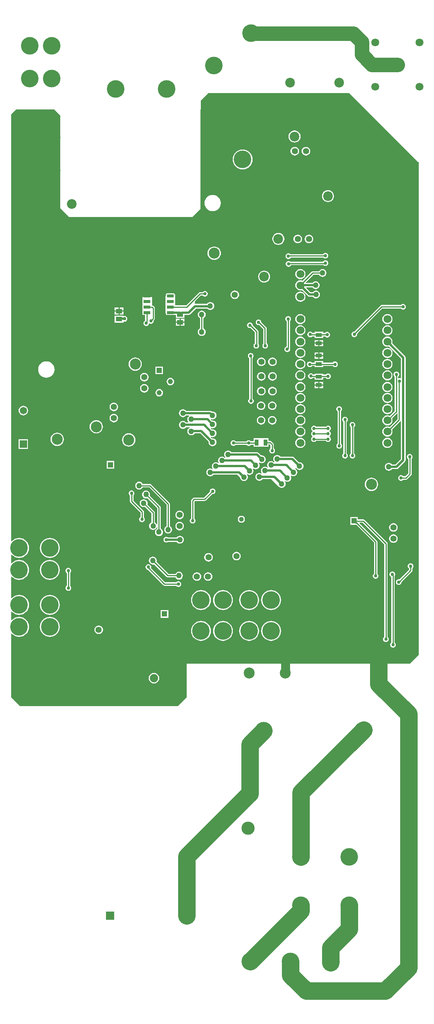
<source format=gbl>
G04*
G04 #@! TF.GenerationSoftware,Altium Limited,Altium Designer,21.0.9 (235)*
G04*
G04 Layer_Physical_Order=2*
G04 Layer_Color=16711680*
%FSLAX24Y24*%
%MOIN*%
G70*
G04*
G04 #@! TF.SameCoordinates,2D4ACE21-508C-4F28-9509-530EA4604CDE*
G04*
G04*
G04 #@! TF.FilePolarity,Positive*
G04*
G01*
G75*
%ADD23C,0.0100*%
%ADD27R,0.0559X0.0425*%
%ADD35R,0.0551X0.0354*%
%ADD36R,0.0362X0.0559*%
%ADD43R,0.0579X0.0437*%
%ADD135C,0.0200*%
%ADD137C,0.0787*%
%ADD139C,0.1575*%
%ADD140C,0.0394*%
%ADD144C,0.0197*%
%ADD146C,0.1299*%
%ADD161C,0.0476*%
%ADD162R,0.0476X0.0476*%
%ADD164C,0.1575*%
%ADD165R,0.0650X0.0650*%
%ADD166C,0.0650*%
%ADD167C,0.0866*%
%ADD168C,0.0984*%
%ADD169C,0.0709*%
%ADD170C,0.0560*%
%ADD171C,0.0709*%
%ADD172R,0.0460X0.0460*%
%ADD173C,0.0460*%
%ADD174C,0.0741*%
%ADD175R,0.0741X0.0741*%
%ADD176R,0.0476X0.0476*%
%ADD177R,0.0397X0.0397*%
%ADD178P,0.0430X8X202.5*%
%ADD179C,0.1181*%
%ADD180C,0.1575*%
%ADD181C,0.0300*%
%ADD182C,0.0500*%
G04:AMPARAMS|DCode=183|XSize=62.2mil|YSize=23.6mil|CornerRadius=3mil|HoleSize=0mil|Usage=FLASHONLY|Rotation=0.000|XOffset=0mil|YOffset=0mil|HoleType=Round|Shape=RoundedRectangle|*
%AMROUNDEDRECTD183*
21,1,0.0622,0.0177,0,0,0.0*
21,1,0.0563,0.0236,0,0,0.0*
1,1,0.0059,0.0282,-0.0089*
1,1,0.0059,-0.0282,-0.0089*
1,1,0.0059,-0.0282,0.0089*
1,1,0.0059,0.0282,0.0089*
%
%ADD183ROUNDEDRECTD183*%
G36*
X37550Y92150D02*
X43700Y86000D01*
X43770D01*
Y85930D01*
X43770Y85930D01*
Y85500D01*
X43770D01*
Y41880D01*
X42970Y41080D01*
X42924Y41070D01*
X23000D01*
Y38100D01*
X23000Y38050D01*
X22200Y37250D01*
X8086D01*
X8040Y37260D01*
X7250Y38050D01*
Y43762D01*
X7297Y43779D01*
X7333Y43735D01*
X7468Y43624D01*
X7622Y43542D01*
X7790Y43491D01*
X7964Y43474D01*
X8138Y43491D01*
X8305Y43542D01*
X8459Y43624D01*
X8594Y43735D01*
X8705Y43870D01*
X8787Y44024D01*
X8838Y44192D01*
X8855Y44366D01*
X8838Y44540D01*
X8787Y44707D01*
X8705Y44861D01*
X8594Y44996D01*
X8459Y45107D01*
X8305Y45190D01*
X8138Y45240D01*
X7964Y45257D01*
X7790Y45240D01*
X7622Y45190D01*
X7468Y45107D01*
X7333Y44996D01*
X7297Y44952D01*
X7250Y44969D01*
Y45731D01*
X7297Y45748D01*
X7333Y45704D01*
X7468Y45593D01*
X7622Y45510D01*
X7790Y45460D01*
X7964Y45443D01*
X8138Y45460D01*
X8305Y45510D01*
X8459Y45593D01*
X8594Y45704D01*
X8705Y45839D01*
X8787Y45993D01*
X8838Y46160D01*
X8855Y46334D01*
X8838Y46508D01*
X8787Y46676D01*
X8705Y46830D01*
X8594Y46965D01*
X8459Y47076D01*
X8305Y47158D01*
X8138Y47209D01*
X7964Y47226D01*
X7790Y47209D01*
X7622Y47158D01*
X7468Y47076D01*
X7333Y46965D01*
X7297Y46921D01*
X7250Y46938D01*
Y48862D01*
X7297Y48879D01*
X7333Y48835D01*
X7468Y48724D01*
X7622Y48642D01*
X7790Y48591D01*
X7964Y48574D01*
X8138Y48591D01*
X8305Y48642D01*
X8459Y48724D01*
X8594Y48835D01*
X8705Y48970D01*
X8787Y49124D01*
X8838Y49292D01*
X8855Y49466D01*
X8838Y49640D01*
X8787Y49807D01*
X8705Y49961D01*
X8594Y50096D01*
X8459Y50207D01*
X8305Y50290D01*
X8138Y50340D01*
X7964Y50357D01*
X7790Y50340D01*
X7622Y50290D01*
X7468Y50207D01*
X7333Y50096D01*
X7297Y50052D01*
X7250Y50069D01*
Y50831D01*
X7297Y50848D01*
X7333Y50804D01*
X7468Y50693D01*
X7622Y50610D01*
X7790Y50560D01*
X7964Y50543D01*
X8138Y50560D01*
X8305Y50610D01*
X8459Y50693D01*
X8594Y50804D01*
X8705Y50939D01*
X8787Y51093D01*
X8838Y51260D01*
X8855Y51434D01*
X8838Y51608D01*
X8787Y51776D01*
X8705Y51930D01*
X8594Y52065D01*
X8459Y52176D01*
X8305Y52258D01*
X8138Y52309D01*
X7964Y52326D01*
X7790Y52309D01*
X7622Y52258D01*
X7468Y52176D01*
X7333Y52065D01*
X7297Y52021D01*
X7250Y52038D01*
Y84750D01*
X7250Y90280D01*
X7670Y90700D01*
X11130Y90700D01*
X11660Y90170D01*
X11660Y86000D01*
X11660Y81880D01*
X12460Y81080D01*
X23520Y81080D01*
X24230Y81790D01*
X24230Y86000D01*
D01*
X24230Y90700D01*
X24250D01*
Y91470D01*
X24930Y92150D01*
X37550Y92150D01*
D02*
G37*
%LPC*%
G36*
X32650Y88818D02*
X32511Y88799D01*
X32381Y88746D01*
X32270Y88660D01*
X32184Y88549D01*
X32131Y88419D01*
X32112Y88280D01*
X32131Y88141D01*
X32184Y88011D01*
X32270Y87900D01*
X32381Y87814D01*
X32511Y87761D01*
X32650Y87742D01*
X32789Y87761D01*
X32919Y87814D01*
X33030Y87900D01*
X33116Y88011D01*
X33169Y88141D01*
X33188Y88280D01*
X33169Y88419D01*
X33116Y88549D01*
X33030Y88660D01*
X32919Y88746D01*
X32789Y88799D01*
X32650Y88818D01*
D02*
G37*
G36*
X33670Y87343D02*
X33571Y87330D01*
X33478Y87292D01*
X33399Y87231D01*
X33338Y87152D01*
X33300Y87059D01*
X33287Y86960D01*
X33300Y86861D01*
X33338Y86768D01*
X33399Y86689D01*
X33478Y86628D01*
X33571Y86590D01*
X33670Y86577D01*
X33769Y86590D01*
X33862Y86628D01*
X33941Y86689D01*
X34002Y86768D01*
X34040Y86861D01*
X34053Y86960D01*
X34040Y87059D01*
X34002Y87152D01*
X33941Y87231D01*
X33862Y87292D01*
X33769Y87330D01*
X33670Y87343D01*
D02*
G37*
G36*
X32670D02*
X32571Y87330D01*
X32478Y87292D01*
X32399Y87231D01*
X32338Y87152D01*
X32300Y87059D01*
X32287Y86960D01*
X32300Y86861D01*
X32338Y86768D01*
X32399Y86689D01*
X32478Y86628D01*
X32571Y86590D01*
X32670Y86577D01*
X32769Y86590D01*
X32862Y86628D01*
X32941Y86689D01*
X33002Y86768D01*
X33040Y86861D01*
X33053Y86960D01*
X33040Y87059D01*
X33002Y87152D01*
X32941Y87231D01*
X32862Y87292D01*
X32769Y87330D01*
X32670Y87343D01*
D02*
G37*
G36*
X28000Y87112D02*
X27826Y87095D01*
X27659Y87044D01*
X27505Y86961D01*
X27369Y86851D01*
X27259Y86715D01*
X27176Y86561D01*
X27125Y86394D01*
X27108Y86220D01*
X27125Y86046D01*
X27139Y86000D01*
X27176Y85879D01*
X27259Y85725D01*
X27369Y85589D01*
X27505Y85479D01*
X27659Y85396D01*
X27826Y85345D01*
X28000Y85328D01*
X28174Y85345D01*
X28341Y85396D01*
X28495Y85479D01*
X28631Y85589D01*
X28741Y85725D01*
X28824Y85879D01*
X28861Y86000D01*
X28875Y86046D01*
X28892Y86220D01*
X28875Y86394D01*
X28824Y86561D01*
X28741Y86715D01*
X28631Y86851D01*
X28495Y86961D01*
X28341Y87044D01*
X28174Y87095D01*
X28000Y87112D01*
D02*
G37*
G36*
X35644Y83476D02*
X35505Y83457D01*
X35375Y83404D01*
X35264Y83318D01*
X35179Y83207D01*
X35125Y83077D01*
X35107Y82938D01*
X35125Y82799D01*
X35179Y82669D01*
X35264Y82558D01*
X35375Y82472D01*
X35505Y82419D01*
X35644Y82400D01*
X35783Y82419D01*
X35913Y82472D01*
X36024Y82558D01*
X36110Y82669D01*
X36164Y82799D01*
X36182Y82938D01*
X36164Y83077D01*
X36110Y83207D01*
X36024Y83318D01*
X35913Y83404D01*
X35783Y83457D01*
X35644Y83476D01*
D02*
G37*
G36*
X25310Y83045D02*
X25168Y83031D01*
X25031Y82990D01*
X24905Y82922D01*
X24794Y82832D01*
X24704Y82721D01*
X24636Y82595D01*
X24595Y82458D01*
X24581Y82316D01*
X24595Y82173D01*
X24636Y82037D01*
X24704Y81910D01*
X24794Y81800D01*
X24905Y81709D01*
X25031Y81642D01*
X25168Y81600D01*
X25310Y81586D01*
X25453Y81600D01*
X25589Y81642D01*
X25716Y81709D01*
X25826Y81800D01*
X25917Y81910D01*
X25984Y82037D01*
X26026Y82173D01*
X26040Y82316D01*
X26026Y82458D01*
X25984Y82595D01*
X25917Y82721D01*
X25826Y82832D01*
X25716Y82922D01*
X25589Y82990D01*
X25453Y83031D01*
X25310Y83045D01*
D02*
G37*
G36*
X33937Y79483D02*
X33838Y79470D01*
X33745Y79432D01*
X33666Y79371D01*
X33605Y79292D01*
X33567Y79199D01*
X33553Y79100D01*
X33567Y79001D01*
X33605Y78908D01*
X33666Y78829D01*
X33745Y78768D01*
X33838Y78730D01*
X33937Y78717D01*
X34036Y78730D01*
X34128Y78768D01*
X34208Y78829D01*
X34269Y78908D01*
X34307Y79001D01*
X34320Y79100D01*
X34307Y79199D01*
X34269Y79292D01*
X34208Y79371D01*
X34128Y79432D01*
X34036Y79470D01*
X33937Y79483D01*
D02*
G37*
G36*
X32937D02*
X32838Y79470D01*
X32745Y79432D01*
X32666Y79371D01*
X32605Y79292D01*
X32566Y79199D01*
X32553Y79100D01*
X32566Y79001D01*
X32605Y78908D01*
X32666Y78829D01*
X32745Y78768D01*
X32838Y78730D01*
X32937Y78717D01*
X33036Y78730D01*
X33128Y78768D01*
X33208Y78829D01*
X33269Y78908D01*
X33307Y79001D01*
X33320Y79100D01*
X33307Y79199D01*
X33269Y79292D01*
X33208Y79371D01*
X33128Y79432D01*
X33036Y79470D01*
X32937Y79483D01*
D02*
G37*
G36*
X31200Y79648D02*
X31061Y79629D01*
X30931Y79576D01*
X30820Y79490D01*
X30734Y79379D01*
X30681Y79249D01*
X30662Y79110D01*
X30681Y78971D01*
X30734Y78841D01*
X30820Y78730D01*
X30931Y78644D01*
X31061Y78591D01*
X31200Y78572D01*
X31339Y78591D01*
X31469Y78644D01*
X31580Y78730D01*
X31666Y78841D01*
X31719Y78971D01*
X31738Y79110D01*
X31719Y79249D01*
X31666Y79379D01*
X31580Y79490D01*
X31469Y79576D01*
X31339Y79629D01*
X31200Y79648D01*
D02*
G37*
G36*
X35420Y77865D02*
X35322Y77846D01*
X35240Y77790D01*
X35205Y77739D01*
X32278D01*
X32276Y77742D01*
X32193Y77797D01*
X32096Y77817D01*
X31998Y77797D01*
X31916Y77742D01*
X31860Y77659D01*
X31841Y77562D01*
X31860Y77464D01*
X31916Y77381D01*
X31998Y77326D01*
X32096Y77307D01*
X32193Y77326D01*
X32276Y77381D01*
X32310Y77433D01*
X35238D01*
X35240Y77430D01*
X35322Y77375D01*
X35420Y77355D01*
X35518Y77375D01*
X35600Y77430D01*
X35656Y77512D01*
X35675Y77610D01*
X35656Y77708D01*
X35600Y77790D01*
X35518Y77846D01*
X35420Y77865D01*
D02*
G37*
G36*
X25450Y78425D02*
X25334Y78414D01*
X25222Y78380D01*
X25119Y78325D01*
X25029Y78251D01*
X24955Y78161D01*
X24900Y78058D01*
X24866Y77946D01*
X24855Y77830D01*
X24866Y77714D01*
X24900Y77602D01*
X24955Y77499D01*
X25029Y77409D01*
X25119Y77335D01*
X25222Y77280D01*
X25334Y77246D01*
X25450Y77235D01*
X25566Y77246D01*
X25678Y77280D01*
X25781Y77335D01*
X25871Y77409D01*
X25945Y77499D01*
X26000Y77602D01*
X26034Y77714D01*
X26045Y77830D01*
X26034Y77946D01*
X26000Y78058D01*
X25945Y78161D01*
X25871Y78251D01*
X25781Y78325D01*
X25678Y78380D01*
X25566Y78414D01*
X25450Y78425D01*
D02*
G37*
G36*
X35430Y77195D02*
X35332Y77175D01*
X35250Y77120D01*
X35208Y77058D01*
X32289D01*
X32218Y77105D01*
X32120Y77125D01*
X32022Y77105D01*
X31940Y77050D01*
X31885Y76968D01*
X31865Y76870D01*
X31885Y76772D01*
X31940Y76690D01*
X32022Y76634D01*
X32120Y76615D01*
X32218Y76634D01*
X32300Y76690D01*
X32342Y76752D01*
X35261D01*
X35332Y76705D01*
X35430Y76685D01*
X35528Y76705D01*
X35610Y76760D01*
X35666Y76842D01*
X35685Y76940D01*
X35666Y77038D01*
X35610Y77120D01*
X35528Y77175D01*
X35430Y77195D01*
D02*
G37*
G36*
X35159Y76410D02*
X35067Y76398D01*
X34982Y76363D01*
X34909Y76307D01*
X34853Y76234D01*
X34843Y76210D01*
X34281D01*
X34222Y76199D01*
X34173Y76165D01*
X33365Y75358D01*
X33289Y75390D01*
X33171Y75405D01*
X33052Y75390D01*
X32942Y75344D01*
X32847Y75271D01*
X32774Y75176D01*
X32728Y75066D01*
X32712Y74947D01*
X32728Y74829D01*
X32774Y74718D01*
X32847Y74623D01*
X32942Y74550D01*
X33052Y74505D01*
X33171Y74489D01*
X33289Y74505D01*
X33315Y74515D01*
X33844Y73986D01*
X33910Y73942D01*
X33988Y73926D01*
X34285D01*
X34320Y73880D01*
X34393Y73824D01*
X34479Y73789D01*
X34570Y73777D01*
X34661Y73789D01*
X34747Y73824D01*
X34820Y73880D01*
X34876Y73953D01*
X34911Y74039D01*
X34923Y74130D01*
X34911Y74221D01*
X34876Y74307D01*
X34820Y74380D01*
X34747Y74436D01*
X34661Y74471D01*
X34570Y74483D01*
X34479Y74471D01*
X34393Y74436D01*
X34320Y74380D01*
X34285Y74334D01*
X34072D01*
X33703Y74703D01*
X33722Y74750D01*
X34270D01*
X34300Y74710D01*
X34373Y74654D01*
X34459Y74619D01*
X34550Y74607D01*
X34641Y74619D01*
X34727Y74654D01*
X34800Y74710D01*
X34856Y74783D01*
X34891Y74869D01*
X34903Y74960D01*
X34891Y75051D01*
X34856Y75137D01*
X34800Y75210D01*
X34727Y75266D01*
X34641Y75301D01*
X34550Y75313D01*
X34459Y75301D01*
X34373Y75266D01*
X34300Y75210D01*
X34260Y75158D01*
X33663D01*
X33643Y75204D01*
X34344Y75904D01*
X34843D01*
X34853Y75881D01*
X34909Y75808D01*
X34982Y75751D01*
X35067Y75716D01*
X35159Y75704D01*
X35250Y75716D01*
X35335Y75751D01*
X35408Y75808D01*
X35464Y75881D01*
X35500Y75966D01*
X35512Y76057D01*
X35500Y76149D01*
X35464Y76234D01*
X35408Y76307D01*
X35335Y76363D01*
X35250Y76398D01*
X35159Y76410D01*
D02*
G37*
G36*
X33171Y76413D02*
X33052Y76398D01*
X32942Y76352D01*
X32847Y76279D01*
X32774Y76184D01*
X32728Y76074D01*
X32712Y75955D01*
X32728Y75836D01*
X32774Y75726D01*
X32847Y75631D01*
X32942Y75558D01*
X33052Y75512D01*
X33171Y75497D01*
X33289Y75512D01*
X33400Y75558D01*
X33495Y75631D01*
X33568Y75726D01*
X33613Y75836D01*
X33629Y75955D01*
X33613Y76074D01*
X33568Y76184D01*
X33495Y76279D01*
X33400Y76352D01*
X33289Y76398D01*
X33171Y76413D01*
D02*
G37*
G36*
X29927Y76259D02*
X29788Y76241D01*
X29658Y76187D01*
X29547Y76102D01*
X29462Y75991D01*
X29408Y75861D01*
X29389Y75722D01*
X29408Y75583D01*
X29462Y75453D01*
X29547Y75342D01*
X29658Y75256D01*
X29788Y75202D01*
X29927Y75184D01*
X30066Y75202D01*
X30196Y75256D01*
X30307Y75342D01*
X30393Y75453D01*
X30447Y75583D01*
X30465Y75722D01*
X30447Y75861D01*
X30393Y75991D01*
X30307Y76102D01*
X30196Y76187D01*
X30066Y76241D01*
X29927Y76259D01*
D02*
G37*
G36*
X19369Y74231D02*
X19137D01*
X19087Y74221D01*
X19044Y74192D01*
X19015Y74149D01*
X19005Y74099D01*
Y74060D01*
X19369D01*
Y74231D01*
D02*
G37*
G36*
X19700D02*
X19469D01*
Y74010D01*
X19419D01*
Y73990D01*
X19020Y73990D01*
Y73960D01*
X19005D01*
Y73921D01*
X19015Y73871D01*
X19020Y73864D01*
Y73780D01*
X19030Y73770D01*
Y73671D01*
X19015Y73649D01*
X19005Y73599D01*
Y73421D01*
X19015Y73371D01*
X19030Y73349D01*
Y73171D01*
X19015Y73149D01*
X19005Y73099D01*
Y72921D01*
X19015Y72871D01*
X19030Y72849D01*
Y72671D01*
X19015Y72649D01*
X19005Y72599D01*
Y72421D01*
X19015Y72371D01*
X19044Y72328D01*
X19087Y72299D01*
X19137Y72289D01*
X19266D01*
Y71796D01*
X19262Y71796D01*
X19180Y71740D01*
X19124Y71658D01*
X19105Y71560D01*
X19124Y71462D01*
X19180Y71380D01*
X19262Y71325D01*
X19360Y71305D01*
X19458Y71325D01*
X19540Y71380D01*
X19596Y71462D01*
X19607Y71518D01*
X19662Y71541D01*
X19672Y71535D01*
X19770Y71515D01*
X19868Y71535D01*
X19950Y71590D01*
X20006Y71672D01*
X20025Y71770D01*
X20018Y71802D01*
X20088Y71872D01*
X20121Y71921D01*
X20133Y71980D01*
Y72910D01*
X20121Y72969D01*
X20088Y73018D01*
X20008Y73098D01*
X19959Y73131D01*
X19900Y73143D01*
X19890D01*
X19890Y73990D01*
X19832D01*
Y74099D01*
X19822Y74149D01*
X19794Y74192D01*
X19751Y74221D01*
X19700Y74231D01*
D02*
G37*
G36*
X27300Y74493D02*
X27201Y74480D01*
X27108Y74442D01*
X27029Y74381D01*
X26968Y74302D01*
X26930Y74209D01*
X26917Y74110D01*
X26930Y74011D01*
X26968Y73918D01*
X27029Y73839D01*
X27108Y73778D01*
X27201Y73740D01*
X27300Y73727D01*
X27399Y73740D01*
X27492Y73778D01*
X27571Y73839D01*
X27632Y73918D01*
X27670Y74011D01*
X27683Y74110D01*
X27670Y74209D01*
X27632Y74302D01*
X27571Y74381D01*
X27492Y74442D01*
X27399Y74480D01*
X27300Y74493D01*
D02*
G37*
G36*
X33171Y74398D02*
X33052Y74382D01*
X32942Y74336D01*
X32847Y74263D01*
X32774Y74169D01*
X32728Y74058D01*
X32712Y73939D01*
X32728Y73821D01*
X32774Y73710D01*
X32847Y73615D01*
X32942Y73543D01*
X33052Y73497D01*
X33171Y73481D01*
X33289Y73497D01*
X33400Y73543D01*
X33495Y73615D01*
X33568Y73710D01*
X33613Y73821D01*
X33629Y73939D01*
X33613Y74058D01*
X33568Y74169D01*
X33495Y74263D01*
X33400Y74336D01*
X33289Y74382D01*
X33171Y74398D01*
D02*
G37*
G36*
X24620Y74445D02*
X24522Y74426D01*
X24440Y74370D01*
X24422Y74343D01*
X24180D01*
X24121Y74331D01*
X24072Y74298D01*
X22937Y73163D01*
X21950D01*
X21950Y73980D01*
X21935D01*
Y74099D01*
X21925Y74149D01*
X21896Y74192D01*
X21853Y74221D01*
X21803Y74231D01*
X21240D01*
X21189Y74221D01*
X21146Y74192D01*
X21118Y74149D01*
X21108Y74099D01*
Y73980D01*
X21080D01*
Y73770D01*
X21090Y73760D01*
Y72510D01*
X21090Y72510D01*
X21108Y72467D01*
Y72421D01*
X21118Y72371D01*
X21146Y72328D01*
X21189Y72299D01*
X21240Y72289D01*
X21580D01*
X21591Y72287D01*
X21603Y72289D01*
X21803D01*
X21837Y72296D01*
X22020D01*
Y72030D01*
X22780D01*
Y72296D01*
X23112D01*
X23146Y72303D01*
X23179Y72307D01*
X23237Y72327D01*
X23242Y72330D01*
X23248Y72332D01*
X23276Y72350D01*
X23305Y72368D01*
X23309Y72372D01*
X23314Y72376D01*
X23814Y72876D01*
X24831D01*
X24850Y72850D01*
X24923Y72794D01*
X25009Y72759D01*
X25100Y72747D01*
X25191Y72759D01*
X25277Y72794D01*
X25350Y72850D01*
X25406Y72923D01*
X25441Y73009D01*
X25453Y73100D01*
X25441Y73191D01*
X25406Y73277D01*
X25350Y73350D01*
X25277Y73406D01*
X25191Y73441D01*
X25100Y73453D01*
X25009Y73441D01*
X24923Y73406D01*
X24850Y73350D01*
X24800Y73284D01*
X23730D01*
X23730Y73284D01*
X23730Y73334D01*
X23730Y73524D01*
X24243Y74037D01*
X24422D01*
X24440Y74010D01*
X24522Y73955D01*
X24620Y73935D01*
X24718Y73955D01*
X24800Y74010D01*
X24855Y74092D01*
X24875Y74190D01*
X24855Y74288D01*
X24800Y74370D01*
X24718Y74426D01*
X24620Y74445D01*
D02*
G37*
G36*
X42370Y73285D02*
X42272Y73266D01*
X42190Y73210D01*
X42172Y73183D01*
X40450D01*
X40391Y73171D01*
X40342Y73138D01*
X39138Y71934D01*
X39138Y71934D01*
X38131Y70928D01*
X38016Y70813D01*
X38004Y70815D01*
X37906Y70796D01*
X37824Y70741D01*
X37768Y70658D01*
X37749Y70560D01*
X37768Y70463D01*
X37824Y70380D01*
X37906Y70325D01*
X38004Y70305D01*
X38101Y70325D01*
X38184Y70380D01*
X38239Y70463D01*
X38259Y70560D01*
X38248Y70612D01*
X38348Y70711D01*
X39354Y71718D01*
X39354Y71718D01*
X40513Y72877D01*
X42172D01*
X42190Y72850D01*
X42272Y72794D01*
X42370Y72775D01*
X42468Y72794D01*
X42550Y72850D01*
X42606Y72932D01*
X42625Y73030D01*
X42606Y73128D01*
X42550Y73210D01*
X42468Y73266D01*
X42370Y73285D01*
D02*
G37*
G36*
X17309Y72953D02*
X16970D01*
Y72684D01*
X17309D01*
Y72953D01*
D02*
G37*
G36*
X16870D02*
X16531D01*
Y72684D01*
X16870D01*
Y72953D01*
D02*
G37*
G36*
X17309Y72584D02*
X16970D01*
Y72316D01*
X17309D01*
Y72584D01*
D02*
G37*
G36*
X16870D02*
X16531D01*
Y72316D01*
X16870D01*
Y72584D01*
D02*
G37*
G36*
X17309Y72244D02*
X16531D01*
Y71607D01*
X17309D01*
Y71663D01*
X17359Y71704D01*
X17411Y71694D01*
X17508Y71714D01*
X17591Y71769D01*
X17646Y71852D01*
X17666Y71949D01*
X17646Y72047D01*
X17591Y72129D01*
X17508Y72185D01*
X17411Y72204D01*
X17359Y72194D01*
X17309Y72235D01*
Y72244D01*
D02*
G37*
G36*
X22780Y71950D02*
X22450D01*
Y71688D01*
X22780D01*
Y71950D01*
D02*
G37*
G36*
X22350D02*
X22020D01*
Y71688D01*
X22350D01*
Y71950D01*
D02*
G37*
G36*
X40974Y72382D02*
X40855Y72366D01*
X40745Y72320D01*
X40650Y72248D01*
X40577Y72153D01*
X40531Y72042D01*
X40516Y71924D01*
X40531Y71805D01*
X40577Y71694D01*
X40650Y71600D01*
X40745Y71527D01*
X40855Y71481D01*
X40974Y71465D01*
X41093Y71481D01*
X41203Y71527D01*
X41298Y71600D01*
X41371Y71694D01*
X41417Y71805D01*
X41432Y71924D01*
X41417Y72042D01*
X41371Y72153D01*
X41298Y72248D01*
X41203Y72320D01*
X41093Y72366D01*
X40974Y72382D01*
D02*
G37*
G36*
X33171D02*
X33052Y72366D01*
X32942Y72320D01*
X32847Y72248D01*
X32774Y72153D01*
X32728Y72042D01*
X32712Y71924D01*
X32728Y71805D01*
X32774Y71694D01*
X32847Y71600D01*
X32942Y71527D01*
X33052Y71481D01*
X33171Y71465D01*
X33289Y71481D01*
X33400Y71527D01*
X33495Y71600D01*
X33568Y71694D01*
X33613Y71805D01*
X33629Y71924D01*
X33613Y72042D01*
X33568Y72153D01*
X33495Y72248D01*
X33400Y72320D01*
X33289Y72366D01*
X33171Y72382D01*
D02*
G37*
G36*
X22780Y71588D02*
X22450D01*
Y71325D01*
X22780D01*
Y71588D01*
D02*
G37*
G36*
X22350D02*
X22020D01*
Y71325D01*
X22350D01*
Y71588D01*
D02*
G37*
G36*
X40974Y71374D02*
X40855Y71358D01*
X40745Y71313D01*
X40650Y71240D01*
X40577Y71145D01*
X40531Y71034D01*
X40516Y70916D01*
X40531Y70797D01*
X40577Y70687D01*
X40650Y70592D01*
X40745Y70519D01*
X40855Y70473D01*
X40974Y70457D01*
X41093Y70473D01*
X41203Y70519D01*
X41298Y70592D01*
X41371Y70687D01*
X41417Y70797D01*
X41432Y70916D01*
X41417Y71034D01*
X41371Y71145D01*
X41298Y71240D01*
X41203Y71313D01*
X41093Y71358D01*
X40974Y71374D01*
D02*
G37*
G36*
X33171D02*
X33052Y71358D01*
X32942Y71313D01*
X32847Y71240D01*
X32774Y71145D01*
X32728Y71034D01*
X32712Y70916D01*
X32728Y70797D01*
X32774Y70687D01*
X32847Y70592D01*
X32942Y70519D01*
X33052Y70473D01*
X33171Y70457D01*
X33289Y70473D01*
X33400Y70519D01*
X33495Y70592D01*
X33568Y70687D01*
X33613Y70797D01*
X33629Y70916D01*
X33613Y71034D01*
X33568Y71145D01*
X33495Y71240D01*
X33400Y71313D01*
X33289Y71358D01*
X33171Y71374D01*
D02*
G37*
G36*
X24330Y72683D02*
X24239Y72671D01*
X24153Y72636D01*
X24080Y72580D01*
X24024Y72507D01*
X23989Y72421D01*
X23977Y72330D01*
X23989Y72239D01*
X24024Y72153D01*
X24080Y72080D01*
X24153Y72024D01*
X24177Y72015D01*
Y71095D01*
X24153Y71086D01*
X24080Y71030D01*
X24024Y70957D01*
X23989Y70871D01*
X23977Y70780D01*
X23989Y70689D01*
X24024Y70603D01*
X24080Y70530D01*
X24153Y70474D01*
X24239Y70439D01*
X24330Y70427D01*
X24421Y70439D01*
X24507Y70474D01*
X24580Y70530D01*
X24636Y70603D01*
X24671Y70689D01*
X24683Y70780D01*
X24671Y70871D01*
X24636Y70957D01*
X24580Y71030D01*
X24507Y71086D01*
X24483Y71095D01*
Y72015D01*
X24507Y72024D01*
X24580Y72080D01*
X24636Y72153D01*
X24671Y72239D01*
X24683Y72330D01*
X24671Y72421D01*
X24636Y72507D01*
X24580Y72580D01*
X24507Y72636D01*
X24421Y72671D01*
X24330Y72683D01*
D02*
G37*
G36*
X34050Y70805D02*
X33952Y70785D01*
X33870Y70730D01*
X33814Y70648D01*
X33795Y70550D01*
X33814Y70452D01*
X33870Y70370D01*
X33952Y70314D01*
X34050Y70295D01*
X34148Y70314D01*
X34230Y70370D01*
X34235Y70377D01*
X34454D01*
Y70237D01*
X35206D01*
Y70377D01*
X35382D01*
X35400Y70350D01*
X35482Y70294D01*
X35580Y70275D01*
X35678Y70294D01*
X35760Y70350D01*
X35815Y70432D01*
X35835Y70530D01*
X35815Y70628D01*
X35760Y70710D01*
X35678Y70766D01*
X35580Y70785D01*
X35482Y70766D01*
X35400Y70710D01*
X35382Y70683D01*
X35206D01*
Y70791D01*
X34454D01*
Y70683D01*
X34262D01*
X34230Y70730D01*
X34148Y70785D01*
X34050Y70805D01*
D02*
G37*
G36*
X35206Y70043D02*
X34880D01*
Y69816D01*
X35206D01*
Y70043D01*
D02*
G37*
G36*
X34780D02*
X34454D01*
Y69816D01*
X34780D01*
Y70043D01*
D02*
G37*
G36*
X35206Y69716D02*
X34880D01*
Y69489D01*
X35206D01*
Y69716D01*
D02*
G37*
G36*
X34780D02*
X34454D01*
Y69489D01*
X34780D01*
Y69716D01*
D02*
G37*
G36*
X33171Y70366D02*
X33052Y70351D01*
X32942Y70305D01*
X32847Y70232D01*
X32774Y70137D01*
X32728Y70027D01*
X32712Y69908D01*
X32728Y69789D01*
X32774Y69679D01*
X32847Y69584D01*
X32942Y69511D01*
X33052Y69465D01*
X33171Y69450D01*
X33289Y69465D01*
X33400Y69511D01*
X33495Y69584D01*
X33568Y69679D01*
X33613Y69789D01*
X33629Y69908D01*
X33613Y70027D01*
X33568Y70137D01*
X33495Y70232D01*
X33400Y70305D01*
X33289Y70351D01*
X33171Y70366D01*
D02*
G37*
G36*
X29425Y71899D02*
X29327Y71879D01*
X29244Y71824D01*
X29189Y71741D01*
X29170Y71644D01*
X29189Y71546D01*
X29244Y71464D01*
X29327Y71408D01*
X29425Y71389D01*
X29483Y71401D01*
X29847Y71037D01*
Y69726D01*
X29844Y69724D01*
X29789Y69641D01*
X29770Y69544D01*
X29789Y69446D01*
X29844Y69364D01*
X29927Y69308D01*
X30025Y69289D01*
X30122Y69308D01*
X30205Y69364D01*
X30260Y69446D01*
X30279Y69544D01*
X30260Y69641D01*
X30205Y69724D01*
X30153Y69759D01*
Y71100D01*
X30141Y71159D01*
X30108Y71208D01*
X29678Y71638D01*
X29679Y71644D01*
X29660Y71741D01*
X29605Y71824D01*
X29522Y71879D01*
X29425Y71899D01*
D02*
G37*
G36*
X28650Y71633D02*
X28552Y71614D01*
X28470Y71558D01*
X28414Y71476D01*
X28395Y71378D01*
X28414Y71280D01*
X28470Y71198D01*
X28552Y71143D01*
X28650Y71123D01*
X28709Y71135D01*
X29097Y70747D01*
Y69759D01*
X29044Y69724D01*
X28989Y69641D01*
X28970Y69544D01*
X28989Y69446D01*
X29044Y69364D01*
X29127Y69308D01*
X29225Y69289D01*
X29322Y69308D01*
X29405Y69364D01*
X29460Y69446D01*
X29479Y69544D01*
X29460Y69641D01*
X29405Y69724D01*
X29403Y69725D01*
Y70810D01*
X29391Y70869D01*
X29358Y70918D01*
X28904Y71372D01*
X28905Y71378D01*
X28885Y71476D01*
X28830Y71558D01*
X28748Y71614D01*
X28650Y71633D01*
D02*
G37*
G36*
X32075Y72199D02*
X31977Y72179D01*
X31894Y72124D01*
X31839Y72041D01*
X31820Y71944D01*
X31839Y71846D01*
X31894Y71764D01*
X31947Y71728D01*
Y69463D01*
X31902Y69454D01*
X31819Y69399D01*
X31764Y69316D01*
X31745Y69219D01*
X31764Y69121D01*
X31819Y69039D01*
X31902Y68983D01*
X32000Y68964D01*
X32097Y68983D01*
X32180Y69039D01*
X32235Y69121D01*
X32254Y69219D01*
X32246Y69263D01*
X32253Y69300D01*
Y71762D01*
X32255Y71764D01*
X32310Y71846D01*
X32329Y71944D01*
X32310Y72041D01*
X32255Y72124D01*
X32172Y72179D01*
X32075Y72199D01*
D02*
G37*
G36*
X35206Y68927D02*
X34880D01*
Y68700D01*
X35206D01*
Y68927D01*
D02*
G37*
G36*
X34780D02*
X34454D01*
Y68700D01*
X34780D01*
Y68927D01*
D02*
G37*
G36*
X40974Y69358D02*
X40855Y69343D01*
X40745Y69297D01*
X40650Y69224D01*
X40577Y69129D01*
X40531Y69019D01*
X40516Y68900D01*
X40531Y68781D01*
X40577Y68671D01*
X40650Y68576D01*
X40745Y68503D01*
X40855Y68457D01*
X40974Y68442D01*
X41093Y68457D01*
X41203Y68503D01*
X41298Y68576D01*
X41371Y68671D01*
X41417Y68781D01*
X41432Y68900D01*
X41417Y69019D01*
X41371Y69129D01*
X41298Y69224D01*
X41203Y69297D01*
X41093Y69343D01*
X40974Y69358D01*
D02*
G37*
G36*
X33171D02*
X33052Y69343D01*
X32942Y69297D01*
X32847Y69224D01*
X32774Y69129D01*
X32728Y69019D01*
X32712Y68900D01*
X32728Y68781D01*
X32774Y68671D01*
X32847Y68576D01*
X32942Y68503D01*
X33052Y68457D01*
X33171Y68442D01*
X33289Y68457D01*
X33400Y68503D01*
X33495Y68576D01*
X33568Y68671D01*
X33613Y68781D01*
X33629Y68900D01*
X33613Y69019D01*
X33568Y69129D01*
X33495Y69224D01*
X33400Y69297D01*
X33289Y69343D01*
X33171Y69358D01*
D02*
G37*
G36*
X35206Y68600D02*
X34880D01*
Y68373D01*
X35206D01*
Y68600D01*
D02*
G37*
G36*
X34780D02*
X34454D01*
Y68373D01*
X34780D01*
Y68600D01*
D02*
G37*
G36*
X35206Y68179D02*
X34454D01*
Y68031D01*
X34207D01*
X34189Y68057D01*
X34107Y68112D01*
X34009Y68132D01*
X33912Y68112D01*
X33829Y68057D01*
X33774Y67974D01*
X33754Y67877D01*
X33774Y67779D01*
X33829Y67696D01*
X33912Y67641D01*
X34009Y67622D01*
X34107Y67641D01*
X34189Y67696D01*
X34209Y67725D01*
X34454D01*
Y67625D01*
X35206D01*
Y67725D01*
X36073D01*
X36090Y67700D01*
X36172Y67645D01*
X36270Y67625D01*
X36368Y67645D01*
X36450Y67700D01*
X36505Y67782D01*
X36525Y67880D01*
X36505Y67978D01*
X36450Y68060D01*
X36368Y68116D01*
X36270Y68135D01*
X36172Y68116D01*
X36090Y68060D01*
X36070Y68031D01*
X35206D01*
Y68179D01*
D02*
G37*
G36*
X30670Y68483D02*
X30571Y68470D01*
X30478Y68432D01*
X30399Y68371D01*
X30338Y68292D01*
X30300Y68199D01*
X30287Y68100D01*
X30300Y68001D01*
X30338Y67908D01*
X30399Y67829D01*
X30478Y67768D01*
X30571Y67730D01*
X30670Y67717D01*
X30769Y67730D01*
X30862Y67768D01*
X30941Y67829D01*
X31002Y67908D01*
X31040Y68001D01*
X31053Y68100D01*
X31040Y68199D01*
X31002Y68292D01*
X30941Y68371D01*
X30862Y68432D01*
X30769Y68470D01*
X30670Y68483D01*
D02*
G37*
G36*
X29670D02*
X29571Y68470D01*
X29478Y68432D01*
X29399Y68371D01*
X29338Y68292D01*
X29300Y68199D01*
X29287Y68100D01*
X29300Y68001D01*
X29338Y67908D01*
X29399Y67829D01*
X29478Y67768D01*
X29571Y67730D01*
X29670Y67717D01*
X29769Y67730D01*
X29862Y67768D01*
X29941Y67829D01*
X30002Y67908D01*
X30040Y68001D01*
X30053Y68100D01*
X30040Y68199D01*
X30002Y68292D01*
X29941Y68371D01*
X29862Y68432D01*
X29769Y68470D01*
X29670Y68483D01*
D02*
G37*
G36*
X40974Y68350D02*
X40855Y68335D01*
X40745Y68289D01*
X40650Y68216D01*
X40577Y68121D01*
X40531Y68011D01*
X40516Y67892D01*
X40531Y67773D01*
X40577Y67663D01*
X40650Y67568D01*
X40745Y67495D01*
X40855Y67449D01*
X40974Y67434D01*
X41093Y67449D01*
X41203Y67495D01*
X41298Y67568D01*
X41371Y67663D01*
X41417Y67773D01*
X41432Y67892D01*
X41417Y68011D01*
X41371Y68121D01*
X41298Y68216D01*
X41203Y68289D01*
X41093Y68335D01*
X40974Y68350D01*
D02*
G37*
G36*
X33171D02*
X33052Y68335D01*
X32942Y68289D01*
X32847Y68216D01*
X32774Y68121D01*
X32728Y68011D01*
X32712Y67892D01*
X32728Y67773D01*
X32774Y67663D01*
X32847Y67568D01*
X32942Y67495D01*
X33052Y67449D01*
X33171Y67434D01*
X33289Y67449D01*
X33400Y67495D01*
X33495Y67568D01*
X33568Y67663D01*
X33613Y67773D01*
X33629Y67892D01*
X33613Y68011D01*
X33568Y68121D01*
X33495Y68216D01*
X33400Y68289D01*
X33289Y68335D01*
X33171Y68350D01*
D02*
G37*
G36*
X18370Y68485D02*
X18254Y68474D01*
X18142Y68440D01*
X18039Y68385D01*
X17949Y68311D01*
X17875Y68221D01*
X17820Y68118D01*
X17786Y68006D01*
X17775Y67890D01*
X17786Y67774D01*
X17820Y67662D01*
X17875Y67559D01*
X17949Y67469D01*
X18039Y67395D01*
X18142Y67340D01*
X18254Y67306D01*
X18370Y67295D01*
X18486Y67306D01*
X18598Y67340D01*
X18701Y67395D01*
X18791Y67469D01*
X18865Y67559D01*
X18920Y67662D01*
X18954Y67774D01*
X18965Y67890D01*
X18954Y68006D01*
X18920Y68118D01*
X18865Y68221D01*
X18791Y68311D01*
X18701Y68385D01*
X18598Y68440D01*
X18486Y68474D01*
X18370Y68485D01*
D02*
G37*
G36*
X20855Y67661D02*
X20195D01*
Y67001D01*
X20855D01*
Y67661D01*
D02*
G37*
G36*
X10405Y68140D02*
X10262Y68126D01*
X10126Y68084D01*
X9999Y68017D01*
X9889Y67926D01*
X9798Y67816D01*
X9731Y67689D01*
X9689Y67553D01*
X9675Y67410D01*
X9689Y67268D01*
X9731Y67131D01*
X9798Y67005D01*
X9889Y66894D01*
X9999Y66804D01*
X10126Y66736D01*
X10262Y66695D01*
X10405Y66681D01*
X10547Y66695D01*
X10684Y66736D01*
X10810Y66804D01*
X10921Y66894D01*
X11011Y67005D01*
X11079Y67131D01*
X11120Y67268D01*
X11134Y67410D01*
X11120Y67553D01*
X11079Y67689D01*
X11011Y67816D01*
X10921Y67926D01*
X10810Y68017D01*
X10684Y68084D01*
X10547Y68126D01*
X10405Y68140D01*
D02*
G37*
G36*
X40974Y70366D02*
X40855Y70351D01*
X40745Y70305D01*
X40650Y70232D01*
X40577Y70137D01*
X40531Y70027D01*
X40516Y69908D01*
X40531Y69789D01*
X40577Y69679D01*
X40650Y69584D01*
X40745Y69511D01*
X40855Y69465D01*
X40974Y69450D01*
X41093Y69465D01*
X41118Y69476D01*
X42196Y68397D01*
Y66642D01*
X42155Y66614D01*
X42146Y66616D01*
X42050Y66635D01*
X41973Y66620D01*
X41923Y66651D01*
Y66764D01*
X41960Y66789D01*
X42016Y66871D01*
X42035Y66969D01*
X42016Y67066D01*
X41960Y67149D01*
X41878Y67204D01*
X41780Y67224D01*
X41682Y67204D01*
X41600Y67149D01*
X41544Y67066D01*
X41525Y66969D01*
X41544Y66871D01*
X41600Y66789D01*
X41617Y66777D01*
Y63693D01*
X41185Y63261D01*
X41093Y63299D01*
X40974Y63315D01*
X40855Y63299D01*
X40745Y63254D01*
X40650Y63181D01*
X40577Y63086D01*
X40531Y62975D01*
X40516Y62857D01*
X40531Y62738D01*
X40577Y62628D01*
X40650Y62533D01*
X40745Y62460D01*
X40855Y62414D01*
X40974Y62398D01*
X41093Y62414D01*
X41203Y62460D01*
X41298Y62533D01*
X41371Y62628D01*
X41417Y62738D01*
X41432Y62857D01*
X41417Y62975D01*
X41392Y63035D01*
X41831Y63475D01*
X41877Y63455D01*
Y62968D01*
X41169Y62260D01*
X41093Y62291D01*
X40974Y62307D01*
X40855Y62291D01*
X40745Y62246D01*
X40650Y62173D01*
X40577Y62078D01*
X40531Y61967D01*
X40516Y61849D01*
X40531Y61730D01*
X40577Y61620D01*
X40650Y61525D01*
X40745Y61452D01*
X40855Y61406D01*
X40974Y61391D01*
X41093Y61406D01*
X41203Y61452D01*
X41298Y61525D01*
X41371Y61620D01*
X41417Y61730D01*
X41432Y61849D01*
X41417Y61967D01*
X41385Y62044D01*
X42138Y62797D01*
X42146Y62809D01*
X42196Y62793D01*
Y59384D01*
X41716Y58904D01*
X41385D01*
X41350Y58950D01*
X41277Y59006D01*
X41191Y59041D01*
X41100Y59053D01*
X41009Y59041D01*
X40923Y59006D01*
X40850Y58950D01*
X40794Y58877D01*
X40759Y58791D01*
X40747Y58700D01*
X40759Y58609D01*
X40794Y58523D01*
X40850Y58450D01*
X40923Y58394D01*
X41009Y58359D01*
X41100Y58347D01*
X41191Y58359D01*
X41277Y58394D01*
X41350Y58450D01*
X41385Y58496D01*
X41800D01*
X41878Y58512D01*
X41944Y58556D01*
X42544Y59156D01*
X42588Y59222D01*
X42604Y59300D01*
Y68482D01*
X42588Y68560D01*
X42544Y68626D01*
X41406Y69764D01*
X41417Y69789D01*
X41432Y69908D01*
X41417Y70027D01*
X41371Y70137D01*
X41298Y70232D01*
X41203Y70305D01*
X41093Y70351D01*
X40974Y70366D01*
D02*
G37*
G36*
X34120Y67075D02*
X34022Y67056D01*
X33940Y67000D01*
X33884Y66918D01*
X33865Y66820D01*
X33884Y66722D01*
X33940Y66640D01*
X34022Y66585D01*
X34120Y66565D01*
X34218Y66585D01*
X34300Y66640D01*
X34315Y66662D01*
X34454D01*
Y66493D01*
X35206D01*
Y66662D01*
X35448D01*
X35470Y66630D01*
X35552Y66575D01*
X35650Y66555D01*
X35748Y66575D01*
X35830Y66630D01*
X35886Y66712D01*
X35905Y66810D01*
X35886Y66908D01*
X35830Y66990D01*
X35748Y67045D01*
X35650Y67065D01*
X35552Y67045D01*
X35470Y66990D01*
X35455Y66968D01*
X35206D01*
Y67047D01*
X34454D01*
Y66968D01*
X34322D01*
X34300Y67000D01*
X34218Y67056D01*
X34120Y67075D01*
D02*
G37*
G36*
X40974Y67342D02*
X40855Y67327D01*
X40745Y67281D01*
X40650Y67208D01*
X40577Y67113D01*
X40531Y67003D01*
X40516Y66884D01*
X40531Y66766D01*
X40577Y66655D01*
X40650Y66560D01*
X40745Y66487D01*
X40855Y66442D01*
X40974Y66426D01*
X41093Y66442D01*
X41203Y66487D01*
X41298Y66560D01*
X41371Y66655D01*
X41417Y66766D01*
X41432Y66884D01*
X41417Y67003D01*
X41371Y67113D01*
X41298Y67208D01*
X41203Y67281D01*
X41093Y67327D01*
X40974Y67342D01*
D02*
G37*
G36*
X33171D02*
X33052Y67327D01*
X32942Y67281D01*
X32847Y67208D01*
X32774Y67113D01*
X32728Y67003D01*
X32712Y66884D01*
X32728Y66766D01*
X32774Y66655D01*
X32847Y66560D01*
X32942Y66487D01*
X33052Y66442D01*
X33171Y66426D01*
X33289Y66442D01*
X33400Y66487D01*
X33495Y66560D01*
X33568Y66655D01*
X33613Y66766D01*
X33629Y66884D01*
X33613Y67003D01*
X33568Y67113D01*
X33495Y67208D01*
X33400Y67281D01*
X33289Y67327D01*
X33171Y67342D01*
D02*
G37*
G36*
X30670Y67173D02*
X30571Y67160D01*
X30478Y67122D01*
X30399Y67061D01*
X30338Y66982D01*
X30300Y66889D01*
X30287Y66790D01*
X30300Y66691D01*
X30338Y66598D01*
X30399Y66519D01*
X30478Y66458D01*
X30571Y66420D01*
X30670Y66407D01*
X30769Y66420D01*
X30862Y66458D01*
X30941Y66519D01*
X31002Y66598D01*
X31040Y66691D01*
X31053Y66790D01*
X31040Y66889D01*
X31002Y66982D01*
X30941Y67061D01*
X30862Y67122D01*
X30769Y67160D01*
X30670Y67173D01*
D02*
G37*
G36*
X29670D02*
X29571Y67160D01*
X29478Y67122D01*
X29399Y67061D01*
X29338Y66982D01*
X29300Y66889D01*
X29287Y66790D01*
X29300Y66691D01*
X29338Y66598D01*
X29399Y66519D01*
X29478Y66458D01*
X29571Y66420D01*
X29670Y66407D01*
X29769Y66420D01*
X29862Y66458D01*
X29941Y66519D01*
X30002Y66598D01*
X30040Y66691D01*
X30053Y66790D01*
X30040Y66889D01*
X30002Y66982D01*
X29941Y67061D01*
X29862Y67122D01*
X29769Y67160D01*
X29670Y67173D01*
D02*
G37*
G36*
X19190Y67113D02*
X19091Y67100D01*
X18998Y67062D01*
X18919Y67001D01*
X18858Y66922D01*
X18820Y66829D01*
X18807Y66730D01*
X18820Y66631D01*
X18858Y66538D01*
X18919Y66459D01*
X18998Y66398D01*
X19091Y66360D01*
X19190Y66347D01*
X19289Y66360D01*
X19382Y66398D01*
X19461Y66459D01*
X19522Y66538D01*
X19560Y66631D01*
X19573Y66730D01*
X19560Y66829D01*
X19522Y66922D01*
X19461Y67001D01*
X19382Y67062D01*
X19289Y67100D01*
X19190Y67113D01*
D02*
G37*
G36*
X35206Y66299D02*
X34880D01*
Y66072D01*
X35206D01*
Y66299D01*
D02*
G37*
G36*
X34780D02*
X34454D01*
Y66072D01*
X34780D01*
Y66299D01*
D02*
G37*
G36*
X21525Y66664D02*
X21439Y66652D01*
X21359Y66619D01*
X21290Y66566D01*
X21237Y66497D01*
X21204Y66417D01*
X21192Y66331D01*
X21204Y66245D01*
X21237Y66165D01*
X21290Y66096D01*
X21359Y66043D01*
X21439Y66010D01*
X21525Y65998D01*
X21611Y66010D01*
X21691Y66043D01*
X21760Y66096D01*
X21813Y66165D01*
X21846Y66245D01*
X21858Y66331D01*
X21846Y66417D01*
X21813Y66497D01*
X21760Y66566D01*
X21691Y66619D01*
X21611Y66652D01*
X21525Y66664D01*
D02*
G37*
G36*
X35206Y65972D02*
X34880D01*
Y65745D01*
X35206D01*
Y65972D01*
D02*
G37*
G36*
X34780D02*
X34454D01*
Y65745D01*
X34780D01*
Y65972D01*
D02*
G37*
G36*
X40974Y66299D02*
X40855Y66284D01*
X40745Y66238D01*
X40650Y66165D01*
X40577Y66070D01*
X40531Y65960D01*
X40516Y65841D01*
X40531Y65722D01*
X40577Y65612D01*
X40650Y65517D01*
X40745Y65444D01*
X40855Y65398D01*
X40974Y65383D01*
X41093Y65398D01*
X41203Y65444D01*
X41298Y65517D01*
X41371Y65612D01*
X41417Y65722D01*
X41432Y65841D01*
X41417Y65960D01*
X41371Y66070D01*
X41298Y66165D01*
X41203Y66238D01*
X41093Y66284D01*
X40974Y66299D01*
D02*
G37*
G36*
X33171D02*
X33052Y66284D01*
X32942Y66238D01*
X32847Y66165D01*
X32774Y66070D01*
X32728Y65960D01*
X32712Y65841D01*
X32728Y65722D01*
X32774Y65612D01*
X32847Y65517D01*
X32942Y65444D01*
X33052Y65398D01*
X33171Y65383D01*
X33289Y65398D01*
X33400Y65444D01*
X33495Y65517D01*
X33568Y65612D01*
X33613Y65722D01*
X33629Y65841D01*
X33613Y65960D01*
X33568Y66070D01*
X33495Y66165D01*
X33400Y66238D01*
X33289Y66284D01*
X33171Y66299D01*
D02*
G37*
G36*
X19190Y66113D02*
X19091Y66100D01*
X18998Y66062D01*
X18919Y66001D01*
X18858Y65922D01*
X18820Y65829D01*
X18807Y65730D01*
X18820Y65631D01*
X18858Y65538D01*
X18919Y65459D01*
X18998Y65398D01*
X19091Y65360D01*
X19190Y65347D01*
X19289Y65360D01*
X19382Y65398D01*
X19461Y65459D01*
X19522Y65538D01*
X19560Y65631D01*
X19573Y65730D01*
X19560Y65829D01*
X19522Y65922D01*
X19461Y66001D01*
X19382Y66062D01*
X19289Y66100D01*
X19190Y66113D01*
D02*
G37*
G36*
X30670Y65863D02*
X30571Y65850D01*
X30478Y65812D01*
X30399Y65751D01*
X30338Y65672D01*
X30300Y65579D01*
X30287Y65480D01*
X30300Y65381D01*
X30338Y65288D01*
X30399Y65209D01*
X30478Y65148D01*
X30571Y65110D01*
X30670Y65097D01*
X30769Y65110D01*
X30862Y65148D01*
X30941Y65209D01*
X31002Y65288D01*
X31040Y65381D01*
X31053Y65480D01*
X31040Y65579D01*
X31002Y65672D01*
X30941Y65751D01*
X30862Y65812D01*
X30769Y65850D01*
X30670Y65863D01*
D02*
G37*
G36*
X29670D02*
X29571Y65850D01*
X29478Y65812D01*
X29399Y65751D01*
X29338Y65672D01*
X29300Y65579D01*
X29287Y65480D01*
X29300Y65381D01*
X29338Y65288D01*
X29399Y65209D01*
X29478Y65148D01*
X29571Y65110D01*
X29670Y65097D01*
X29769Y65110D01*
X29862Y65148D01*
X29941Y65209D01*
X30002Y65288D01*
X30040Y65381D01*
X30053Y65480D01*
X30040Y65579D01*
X30002Y65672D01*
X29941Y65751D01*
X29862Y65812D01*
X29769Y65850D01*
X29670Y65863D01*
D02*
G37*
G36*
X20525Y65664D02*
X20439Y65652D01*
X20359Y65619D01*
X20290Y65566D01*
X20237Y65497D01*
X20204Y65417D01*
X20192Y65331D01*
X20204Y65245D01*
X20237Y65165D01*
X20290Y65096D01*
X20359Y65043D01*
X20439Y65010D01*
X20525Y64998D01*
X20611Y65010D01*
X20691Y65043D01*
X20760Y65096D01*
X20813Y65165D01*
X20846Y65245D01*
X20858Y65331D01*
X20846Y65417D01*
X20813Y65497D01*
X20760Y65566D01*
X20691Y65619D01*
X20611Y65652D01*
X20525Y65664D01*
D02*
G37*
G36*
X40974Y65331D02*
X40855Y65315D01*
X40745Y65269D01*
X40650Y65196D01*
X40577Y65102D01*
X40531Y64991D01*
X40516Y64872D01*
X40531Y64754D01*
X40577Y64643D01*
X40650Y64548D01*
X40745Y64476D01*
X40855Y64430D01*
X40974Y64414D01*
X41093Y64430D01*
X41203Y64476D01*
X41298Y64548D01*
X41371Y64643D01*
X41417Y64754D01*
X41432Y64872D01*
X41417Y64991D01*
X41371Y65102D01*
X41298Y65196D01*
X41203Y65269D01*
X41093Y65315D01*
X40974Y65331D01*
D02*
G37*
G36*
X33171D02*
X33052Y65315D01*
X32942Y65269D01*
X32847Y65196D01*
X32774Y65102D01*
X32728Y64991D01*
X32712Y64872D01*
X32728Y64754D01*
X32774Y64643D01*
X32847Y64548D01*
X32942Y64476D01*
X33052Y64430D01*
X33171Y64414D01*
X33289Y64430D01*
X33400Y64476D01*
X33495Y64548D01*
X33568Y64643D01*
X33613Y64754D01*
X33629Y64872D01*
X33613Y64991D01*
X33568Y65102D01*
X33495Y65196D01*
X33400Y65269D01*
X33289Y65315D01*
X33171Y65331D01*
D02*
G37*
G36*
X28730Y68895D02*
X28632Y68875D01*
X28550Y68820D01*
X28495Y68738D01*
X28475Y68640D01*
X28495Y68542D01*
X28550Y68460D01*
X28587Y68435D01*
Y64793D01*
X28569Y64781D01*
X28514Y64698D01*
X28494Y64601D01*
X28514Y64503D01*
X28569Y64421D01*
X28652Y64365D01*
X28749Y64346D01*
X28847Y64365D01*
X28929Y64421D01*
X28985Y64503D01*
X29004Y64601D01*
X28985Y64698D01*
X28929Y64781D01*
X28893Y64806D01*
Y68448D01*
X28910Y68460D01*
X28965Y68542D01*
X28985Y68640D01*
X28965Y68738D01*
X28910Y68820D01*
X28828Y68875D01*
X28730Y68895D01*
D02*
G37*
G36*
X30660Y64553D02*
X30561Y64540D01*
X30468Y64502D01*
X30389Y64441D01*
X30328Y64362D01*
X30290Y64269D01*
X30277Y64170D01*
X30290Y64071D01*
X30328Y63978D01*
X30389Y63899D01*
X30468Y63838D01*
X30561Y63800D01*
X30660Y63787D01*
X30759Y63800D01*
X30852Y63838D01*
X30931Y63899D01*
X30992Y63978D01*
X31030Y64071D01*
X31043Y64170D01*
X31030Y64269D01*
X30992Y64362D01*
X30931Y64441D01*
X30852Y64502D01*
X30759Y64540D01*
X30660Y64553D01*
D02*
G37*
G36*
X29660D02*
X29561Y64540D01*
X29468Y64502D01*
X29389Y64441D01*
X29328Y64362D01*
X29290Y64269D01*
X29277Y64170D01*
X29290Y64071D01*
X29328Y63978D01*
X29389Y63899D01*
X29468Y63838D01*
X29561Y63800D01*
X29660Y63787D01*
X29759Y63800D01*
X29852Y63838D01*
X29931Y63899D01*
X29992Y63978D01*
X30030Y64071D01*
X30043Y64170D01*
X30030Y64269D01*
X29992Y64362D01*
X29931Y64441D01*
X29852Y64502D01*
X29759Y64540D01*
X29660Y64553D01*
D02*
G37*
G36*
X16460Y64443D02*
X16361Y64430D01*
X16268Y64392D01*
X16189Y64331D01*
X16128Y64252D01*
X16090Y64159D01*
X16077Y64060D01*
X16090Y63961D01*
X16128Y63868D01*
X16189Y63789D01*
X16268Y63728D01*
X16361Y63690D01*
X16460Y63677D01*
X16559Y63690D01*
X16652Y63728D01*
X16731Y63789D01*
X16792Y63868D01*
X16830Y63961D01*
X16843Y64060D01*
X16830Y64159D01*
X16792Y64252D01*
X16731Y64331D01*
X16652Y64392D01*
X16559Y64430D01*
X16460Y64443D01*
D02*
G37*
G36*
X40974Y64323D02*
X40855Y64307D01*
X40745Y64261D01*
X40650Y64189D01*
X40577Y64094D01*
X40531Y63983D01*
X40516Y63864D01*
X40531Y63746D01*
X40577Y63635D01*
X40650Y63540D01*
X40745Y63468D01*
X40855Y63422D01*
X40974Y63406D01*
X41093Y63422D01*
X41203Y63468D01*
X41298Y63540D01*
X41371Y63635D01*
X41417Y63746D01*
X41432Y63864D01*
X41417Y63983D01*
X41371Y64094D01*
X41298Y64189D01*
X41203Y64261D01*
X41093Y64307D01*
X40974Y64323D01*
D02*
G37*
G36*
X33171D02*
X33052Y64307D01*
X32942Y64261D01*
X32847Y64189D01*
X32774Y64094D01*
X32728Y63983D01*
X32712Y63864D01*
X32728Y63746D01*
X32774Y63635D01*
X32847Y63540D01*
X32942Y63468D01*
X33052Y63422D01*
X33171Y63406D01*
X33289Y63422D01*
X33400Y63468D01*
X33495Y63540D01*
X33568Y63635D01*
X33613Y63746D01*
X33629Y63864D01*
X33613Y63983D01*
X33568Y64094D01*
X33495Y64189D01*
X33400Y64261D01*
X33289Y64307D01*
X33171Y64323D01*
D02*
G37*
G36*
X8340Y64158D02*
X8229Y64144D01*
X8126Y64101D01*
X8037Y64033D01*
X7969Y63944D01*
X7926Y63841D01*
X7912Y63730D01*
X7926Y63619D01*
X7969Y63516D01*
X8037Y63427D01*
X8126Y63359D01*
X8229Y63316D01*
X8340Y63302D01*
X8451Y63316D01*
X8554Y63359D01*
X8643Y63427D01*
X8711Y63516D01*
X8754Y63619D01*
X8768Y63730D01*
X8754Y63841D01*
X8711Y63944D01*
X8643Y64033D01*
X8554Y64101D01*
X8451Y64144D01*
X8340Y64158D01*
D02*
G37*
G36*
X22650Y63853D02*
X22559Y63841D01*
X22473Y63806D01*
X22400Y63750D01*
X22344Y63677D01*
X22309Y63591D01*
X22297Y63500D01*
X22309Y63409D01*
X22344Y63323D01*
X22400Y63250D01*
X22473Y63194D01*
X22559Y63159D01*
X22650Y63147D01*
X22741Y63159D01*
X22827Y63194D01*
X22900Y63250D01*
X22935Y63296D01*
X23196D01*
X23211Y63246D01*
X23150Y63200D01*
X23094Y63127D01*
X23059Y63041D01*
X23047Y62950D01*
X23059Y62859D01*
X23094Y62773D01*
X23148Y62704D01*
X23143Y62679D01*
X23135Y62654D01*
X22935D01*
X22900Y62700D01*
X22827Y62756D01*
X22741Y62791D01*
X22650Y62803D01*
X22559Y62791D01*
X22473Y62756D01*
X22400Y62700D01*
X22344Y62627D01*
X22309Y62541D01*
X22297Y62450D01*
X22309Y62359D01*
X22344Y62273D01*
X22400Y62200D01*
X22473Y62144D01*
X22559Y62109D01*
X22650Y62097D01*
X22741Y62109D01*
X22827Y62144D01*
X22900Y62200D01*
X22935Y62246D01*
X23251D01*
X23261Y62196D01*
X23223Y62181D01*
X23150Y62125D01*
X23094Y62052D01*
X23059Y61966D01*
X23047Y61875D01*
X23059Y61784D01*
X23094Y61698D01*
X23150Y61625D01*
X23223Y61569D01*
X23309Y61534D01*
X23400Y61522D01*
X23491Y61534D01*
X23577Y61569D01*
X23650Y61625D01*
X23704Y61696D01*
X24216D01*
X24955Y60957D01*
X24947Y60900D01*
X24959Y60809D01*
X24994Y60723D01*
X25050Y60650D01*
X25123Y60594D01*
X25209Y60559D01*
X25300Y60547D01*
X25391Y60559D01*
X25477Y60594D01*
X25550Y60650D01*
X25606Y60723D01*
X25641Y60809D01*
X25653Y60900D01*
X25641Y60991D01*
X25606Y61077D01*
X25550Y61150D01*
X25477Y61206D01*
X25391Y61241D01*
X25300Y61253D01*
X25243Y61245D01*
X25166Y61323D01*
X25194Y61365D01*
X25209Y61359D01*
X25300Y61347D01*
X25391Y61359D01*
X25477Y61394D01*
X25550Y61450D01*
X25606Y61523D01*
X25641Y61609D01*
X25653Y61700D01*
X25641Y61791D01*
X25606Y61877D01*
X25550Y61950D01*
X25477Y62006D01*
X25391Y62041D01*
X25300Y62053D01*
X25243Y62045D01*
X25166Y62123D01*
X25194Y62165D01*
X25209Y62159D01*
X25300Y62147D01*
X25391Y62159D01*
X25477Y62194D01*
X25550Y62250D01*
X25606Y62323D01*
X25641Y62409D01*
X25653Y62500D01*
X25641Y62591D01*
X25606Y62677D01*
X25550Y62750D01*
X25477Y62806D01*
X25391Y62841D01*
X25300Y62853D01*
X25243Y62846D01*
X25166Y62923D01*
X25194Y62965D01*
X25209Y62959D01*
X25300Y62947D01*
X25391Y62959D01*
X25477Y62994D01*
X25550Y63050D01*
X25606Y63123D01*
X25641Y63209D01*
X25653Y63300D01*
X25641Y63391D01*
X25606Y63477D01*
X25550Y63550D01*
X25477Y63606D01*
X25391Y63641D01*
X25300Y63653D01*
X25242Y63645D01*
X25178Y63688D01*
X25100Y63704D01*
X22935D01*
X22900Y63750D01*
X22827Y63806D01*
X22741Y63841D01*
X22650Y63853D01*
D02*
G37*
G36*
X16460Y63443D02*
X16361Y63430D01*
X16268Y63392D01*
X16189Y63331D01*
X16128Y63252D01*
X16090Y63159D01*
X16077Y63060D01*
X16090Y62961D01*
X16128Y62868D01*
X16189Y62789D01*
X16268Y62728D01*
X16361Y62690D01*
X16460Y62677D01*
X16559Y62690D01*
X16652Y62728D01*
X16731Y62789D01*
X16792Y62868D01*
X16830Y62961D01*
X16843Y63060D01*
X16830Y63159D01*
X16792Y63252D01*
X16731Y63331D01*
X16652Y63392D01*
X16559Y63430D01*
X16460Y63443D01*
D02*
G37*
G36*
X30660Y63243D02*
X30561Y63230D01*
X30468Y63192D01*
X30389Y63131D01*
X30328Y63052D01*
X30290Y62959D01*
X30277Y62860D01*
X30290Y62761D01*
X30328Y62668D01*
X30389Y62589D01*
X30468Y62528D01*
X30561Y62490D01*
X30660Y62477D01*
X30759Y62490D01*
X30852Y62528D01*
X30931Y62589D01*
X30992Y62668D01*
X31030Y62761D01*
X31043Y62860D01*
X31030Y62959D01*
X30992Y63052D01*
X30931Y63131D01*
X30852Y63192D01*
X30759Y63230D01*
X30660Y63243D01*
D02*
G37*
G36*
X29660D02*
X29561Y63230D01*
X29468Y63192D01*
X29389Y63131D01*
X29328Y63052D01*
X29290Y62959D01*
X29277Y62860D01*
X29290Y62761D01*
X29328Y62668D01*
X29389Y62589D01*
X29468Y62528D01*
X29561Y62490D01*
X29660Y62477D01*
X29759Y62490D01*
X29852Y62528D01*
X29931Y62589D01*
X29992Y62668D01*
X30030Y62761D01*
X30043Y62860D01*
X30030Y62959D01*
X29992Y63052D01*
X29931Y63131D01*
X29852Y63192D01*
X29759Y63230D01*
X29660Y63243D01*
D02*
G37*
G36*
X33171Y63315D02*
X33052Y63299D01*
X32942Y63254D01*
X32847Y63181D01*
X32774Y63086D01*
X32728Y62975D01*
X32712Y62857D01*
X32728Y62738D01*
X32774Y62628D01*
X32847Y62533D01*
X32942Y62460D01*
X33052Y62414D01*
X33171Y62398D01*
X33289Y62414D01*
X33400Y62460D01*
X33495Y62533D01*
X33568Y62628D01*
X33613Y62738D01*
X33629Y62857D01*
X33613Y62975D01*
X33568Y63086D01*
X33495Y63181D01*
X33400Y63254D01*
X33289Y63299D01*
X33171Y63315D01*
D02*
G37*
G36*
X35660Y62385D02*
X35562Y62365D01*
X35480Y62310D01*
X35462Y62283D01*
X34593D01*
X34575Y62310D01*
X34492Y62365D01*
X34395Y62385D01*
X34297Y62365D01*
X34214Y62310D01*
X34159Y62228D01*
X34140Y62130D01*
X34159Y62032D01*
X34214Y61950D01*
X34255Y61923D01*
Y61862D01*
X34214Y61835D01*
X34159Y61753D01*
X34140Y61655D01*
X34159Y61557D01*
X34214Y61475D01*
X34255Y61448D01*
Y61387D01*
X34214Y61360D01*
X34159Y61278D01*
X34140Y61180D01*
X34159Y61082D01*
X34214Y61000D01*
X34297Y60944D01*
X34395Y60925D01*
X34492Y60944D01*
X34575Y61000D01*
X34593Y61027D01*
X35462D01*
X35480Y61000D01*
X35562Y60944D01*
X35660Y60925D01*
X35758Y60944D01*
X35840Y61000D01*
X35896Y61082D01*
X35915Y61180D01*
X35896Y61278D01*
X35840Y61360D01*
X35800Y61387D01*
Y61448D01*
X35840Y61475D01*
X35896Y61557D01*
X35915Y61655D01*
X35896Y61753D01*
X35840Y61835D01*
X35800Y61862D01*
Y61923D01*
X35840Y61950D01*
X35896Y62032D01*
X35915Y62130D01*
X35896Y62228D01*
X35840Y62310D01*
X35758Y62365D01*
X35660Y62385D01*
D02*
G37*
G36*
X14880Y62875D02*
X14764Y62864D01*
X14652Y62830D01*
X14549Y62775D01*
X14459Y62701D01*
X14385Y62611D01*
X14330Y62508D01*
X14296Y62396D01*
X14285Y62280D01*
X14296Y62164D01*
X14330Y62052D01*
X14385Y61949D01*
X14459Y61859D01*
X14549Y61785D01*
X14652Y61730D01*
X14764Y61696D01*
X14880Y61685D01*
X14996Y61696D01*
X15108Y61730D01*
X15211Y61785D01*
X15301Y61859D01*
X15375Y61949D01*
X15430Y62052D01*
X15464Y62164D01*
X15475Y62280D01*
X15464Y62396D01*
X15430Y62508D01*
X15375Y62611D01*
X15301Y62701D01*
X15211Y62775D01*
X15108Y62830D01*
X14996Y62864D01*
X14880Y62875D01*
D02*
G37*
G36*
X33171Y62307D02*
X33052Y62291D01*
X32942Y62246D01*
X32847Y62173D01*
X32774Y62078D01*
X32728Y61967D01*
X32712Y61849D01*
X32728Y61730D01*
X32774Y61620D01*
X32847Y61525D01*
X32942Y61452D01*
X33052Y61406D01*
X33171Y61391D01*
X33289Y61406D01*
X33400Y61452D01*
X33495Y61525D01*
X33568Y61620D01*
X33613Y61730D01*
X33629Y61849D01*
X33613Y61967D01*
X33568Y62078D01*
X33495Y62173D01*
X33400Y62246D01*
X33289Y62291D01*
X33171Y62307D01*
D02*
G37*
G36*
X30325Y61250D02*
X28975D01*
Y60983D01*
X28736D01*
X28720Y61007D01*
X28638Y61062D01*
X28540Y61082D01*
X28442Y61062D01*
X28360Y61007D01*
X28342Y60980D01*
X27378D01*
X27360Y61007D01*
X27278Y61062D01*
X27180Y61082D01*
X27082Y61062D01*
X27000Y61007D01*
X26944Y60924D01*
X26925Y60827D01*
X26944Y60729D01*
X27000Y60647D01*
X27082Y60591D01*
X27180Y60572D01*
X27278Y60591D01*
X27360Y60647D01*
X27378Y60674D01*
X28342D01*
X28360Y60647D01*
X28442Y60591D01*
X28540Y60572D01*
X28638Y60591D01*
X28720Y60647D01*
X28741Y60677D01*
X28975D01*
Y60490D01*
X30325D01*
Y60717D01*
X30397D01*
X30487Y60627D01*
Y60338D01*
X30460Y60320D01*
X30405Y60238D01*
X30385Y60140D01*
X30405Y60042D01*
X30460Y59960D01*
X30542Y59904D01*
X30640Y59885D01*
X30738Y59904D01*
X30820Y59960D01*
X30875Y60042D01*
X30895Y60140D01*
X30875Y60238D01*
X30820Y60320D01*
X30793Y60338D01*
Y60690D01*
X30781Y60749D01*
X30748Y60798D01*
X30568Y60978D01*
X30519Y61011D01*
X30460Y61023D01*
X30325D01*
Y61250D01*
D02*
G37*
G36*
X11380Y61755D02*
X11264Y61744D01*
X11152Y61710D01*
X11049Y61655D01*
X10959Y61581D01*
X10885Y61491D01*
X10830Y61388D01*
X10796Y61276D01*
X10785Y61160D01*
X10796Y61044D01*
X10830Y60932D01*
X10885Y60829D01*
X10959Y60739D01*
X11049Y60665D01*
X11152Y60610D01*
X11264Y60576D01*
X11380Y60565D01*
X11496Y60576D01*
X11608Y60610D01*
X11711Y60665D01*
X11801Y60739D01*
X11875Y60829D01*
X11930Y60932D01*
X11964Y61044D01*
X11975Y61160D01*
X11964Y61276D01*
X11930Y61388D01*
X11875Y61491D01*
X11801Y61581D01*
X11711Y61655D01*
X11608Y61710D01*
X11496Y61744D01*
X11380Y61755D01*
D02*
G37*
G36*
X17790Y61695D02*
X17674Y61684D01*
X17562Y61650D01*
X17459Y61595D01*
X17369Y61521D01*
X17295Y61431D01*
X17240Y61328D01*
X17206Y61216D01*
X17195Y61100D01*
X17206Y60984D01*
X17240Y60872D01*
X17295Y60769D01*
X17369Y60679D01*
X17459Y60605D01*
X17562Y60550D01*
X17674Y60516D01*
X17790Y60505D01*
X17906Y60516D01*
X18018Y60550D01*
X18121Y60605D01*
X18211Y60679D01*
X18285Y60769D01*
X18340Y60872D01*
X18374Y60984D01*
X18385Y61100D01*
X18374Y61216D01*
X18340Y61328D01*
X18285Y61431D01*
X18211Y61521D01*
X18121Y61595D01*
X18018Y61650D01*
X17906Y61684D01*
X17790Y61695D01*
D02*
G37*
G36*
X40974Y61299D02*
X40855Y61284D01*
X40745Y61238D01*
X40650Y61165D01*
X40577Y61070D01*
X40531Y60960D01*
X40516Y60841D01*
X40531Y60722D01*
X40577Y60612D01*
X40650Y60517D01*
X40745Y60444D01*
X40855Y60398D01*
X40974Y60383D01*
X41093Y60398D01*
X41203Y60444D01*
X41298Y60517D01*
X41371Y60612D01*
X41417Y60722D01*
X41432Y60841D01*
X41417Y60960D01*
X41371Y61070D01*
X41298Y61165D01*
X41203Y61238D01*
X41093Y61284D01*
X40974Y61299D01*
D02*
G37*
G36*
X33171D02*
X33052Y61284D01*
X32942Y61238D01*
X32847Y61165D01*
X32774Y61070D01*
X32728Y60960D01*
X32712Y60841D01*
X32728Y60722D01*
X32774Y60612D01*
X32847Y60517D01*
X32942Y60444D01*
X33052Y60398D01*
X33171Y60383D01*
X33289Y60398D01*
X33400Y60444D01*
X33495Y60517D01*
X33568Y60612D01*
X33613Y60722D01*
X33629Y60841D01*
X33613Y60960D01*
X33568Y61070D01*
X33495Y61165D01*
X33400Y61238D01*
X33289Y61284D01*
X33171Y61299D01*
D02*
G37*
G36*
X36650Y64125D02*
X36552Y64106D01*
X36470Y64050D01*
X36414Y63968D01*
X36395Y63870D01*
X36414Y63772D01*
X36470Y63690D01*
X36502Y63668D01*
Y60775D01*
X36480Y60760D01*
X36425Y60678D01*
X36405Y60580D01*
X36425Y60482D01*
X36480Y60400D01*
X36562Y60345D01*
X36660Y60325D01*
X36758Y60345D01*
X36840Y60400D01*
X36895Y60482D01*
X36915Y60580D01*
X36895Y60678D01*
X36840Y60760D01*
X36808Y60782D01*
Y63675D01*
X36830Y63690D01*
X36885Y63772D01*
X36905Y63870D01*
X36885Y63968D01*
X36830Y64050D01*
X36748Y64106D01*
X36650Y64125D01*
D02*
G37*
G36*
X8765Y61155D02*
X7915D01*
Y60305D01*
X8765D01*
Y61155D01*
D02*
G37*
G36*
X26700Y60153D02*
X26609Y60141D01*
X26523Y60106D01*
X26450Y60050D01*
X26394Y59977D01*
X26359Y59891D01*
X26347Y59800D01*
X26359Y59709D01*
X26394Y59623D01*
X26450Y59550D01*
X26400Y59500D01*
X26327Y59556D01*
X26241Y59591D01*
X26150Y59603D01*
X26059Y59591D01*
X25973Y59556D01*
X25900Y59500D01*
X25844Y59427D01*
X25809Y59341D01*
X25797Y59250D01*
X25809Y59159D01*
X25844Y59073D01*
X25857Y59057D01*
X25821Y59021D01*
X25777Y59056D01*
X25691Y59091D01*
X25600Y59103D01*
X25509Y59091D01*
X25423Y59056D01*
X25350Y59000D01*
X25294Y58927D01*
X25259Y58841D01*
X25247Y58750D01*
X25259Y58659D01*
X25294Y58573D01*
X25329Y58529D01*
X25293Y58493D01*
X25277Y58506D01*
X25191Y58541D01*
X25100Y58553D01*
X25009Y58541D01*
X24923Y58506D01*
X24850Y58450D01*
X24794Y58377D01*
X24759Y58291D01*
X24747Y58200D01*
X24759Y58109D01*
X24794Y58023D01*
X24850Y57950D01*
X24923Y57894D01*
X25009Y57859D01*
X25100Y57847D01*
X25191Y57859D01*
X25277Y57894D01*
X25350Y57950D01*
X25385Y57996D01*
X27504D01*
X27766Y57734D01*
X27773Y57682D01*
X27808Y57597D01*
X27864Y57524D01*
X27937Y57468D01*
X28022Y57433D01*
X28114Y57421D01*
X28205Y57433D01*
X28290Y57468D01*
X28363Y57524D01*
X28419Y57597D01*
X28455Y57682D01*
X28467Y57774D01*
X28455Y57865D01*
X28419Y57950D01*
X28394Y57984D01*
X28432Y58022D01*
X28437Y58018D01*
X28522Y57983D01*
X28614Y57971D01*
X28705Y57983D01*
X28790Y58018D01*
X28863Y58074D01*
X28919Y58147D01*
X28955Y58232D01*
X28967Y58324D01*
X28955Y58415D01*
X28919Y58500D01*
X28915Y58505D01*
X28954Y58544D01*
X28987Y58518D01*
X29072Y58483D01*
X29164Y58471D01*
X29255Y58483D01*
X29340Y58518D01*
X29413Y58574D01*
X29469Y58647D01*
X29505Y58732D01*
X29517Y58824D01*
X29505Y58915D01*
X29469Y59000D01*
X29444Y59034D01*
X29504Y59094D01*
X29537Y59068D01*
X29622Y59033D01*
X29714Y59021D01*
X29805Y59033D01*
X29890Y59068D01*
X29963Y59124D01*
X30019Y59197D01*
X30055Y59282D01*
X30067Y59374D01*
X30055Y59465D01*
X30019Y59550D01*
X29963Y59623D01*
X29890Y59679D01*
X29805Y59715D01*
X29714Y59727D01*
X29657Y59719D01*
X29432Y59944D01*
X29366Y59988D01*
X29288Y60004D01*
X26985D01*
X26950Y60050D01*
X26877Y60106D01*
X26791Y60141D01*
X26700Y60153D01*
D02*
G37*
G36*
X37840Y62705D02*
X37742Y62685D01*
X37660Y62630D01*
X37604Y62548D01*
X37585Y62450D01*
X37604Y62352D01*
X37660Y62270D01*
X37687Y62252D01*
Y59892D01*
X37660Y59874D01*
X37604Y59791D01*
X37585Y59694D01*
X37604Y59596D01*
X37660Y59514D01*
X37742Y59458D01*
X37840Y59439D01*
X37938Y59458D01*
X38020Y59514D01*
X38075Y59596D01*
X38095Y59694D01*
X38075Y59791D01*
X38020Y59874D01*
X37993Y59892D01*
Y62252D01*
X38020Y62270D01*
X38075Y62352D01*
X38095Y62450D01*
X38075Y62548D01*
X38020Y62630D01*
X37938Y62685D01*
X37840Y62705D01*
D02*
G37*
G36*
X37170Y63175D02*
X37072Y63155D01*
X36990Y63100D01*
X36934Y63018D01*
X36915Y62920D01*
X36934Y62822D01*
X36990Y62740D01*
X37019Y62720D01*
Y59891D01*
X36994Y59874D01*
X36939Y59791D01*
X36920Y59694D01*
X36939Y59596D01*
X36994Y59514D01*
X37077Y59458D01*
X37175Y59439D01*
X37272Y59458D01*
X37355Y59514D01*
X37410Y59596D01*
X37429Y59694D01*
X37410Y59791D01*
X37355Y59874D01*
X37325Y59894D01*
Y62723D01*
X37350Y62740D01*
X37406Y62822D01*
X37425Y62920D01*
X37406Y63018D01*
X37350Y63100D01*
X37268Y63155D01*
X37170Y63175D01*
D02*
G37*
G36*
X31100Y59753D02*
X31009Y59741D01*
X30923Y59706D01*
X30850Y59650D01*
X30794Y59577D01*
X30759Y59491D01*
X30747Y59400D01*
X30759Y59309D01*
X30794Y59223D01*
X30850Y59150D01*
X30800Y59100D01*
X30727Y59156D01*
X30641Y59191D01*
X30550Y59203D01*
X30459Y59191D01*
X30373Y59156D01*
X30300Y59100D01*
X30244Y59027D01*
X30209Y58941D01*
X30197Y58850D01*
X30209Y58759D01*
X30244Y58673D01*
X30257Y58657D01*
X30221Y58621D01*
X30177Y58656D01*
X30091Y58691D01*
X30000Y58703D01*
X29909Y58691D01*
X29823Y58656D01*
X29750Y58600D01*
X29694Y58527D01*
X29659Y58441D01*
X29647Y58350D01*
X29659Y58259D01*
X29694Y58173D01*
X29729Y58129D01*
X29693Y58093D01*
X29677Y58106D01*
X29591Y58141D01*
X29500Y58153D01*
X29409Y58141D01*
X29323Y58106D01*
X29250Y58050D01*
X29194Y57977D01*
X29159Y57891D01*
X29147Y57800D01*
X29159Y57709D01*
X29194Y57623D01*
X29250Y57550D01*
X29323Y57494D01*
X29409Y57459D01*
X29500Y57447D01*
X29591Y57459D01*
X29677Y57494D01*
X29750Y57550D01*
X29785Y57596D01*
X30554D01*
X31150Y57000D01*
X31150D01*
X31192Y56981D01*
X31199Y56978D01*
X31250Y56910D01*
X31323Y56854D01*
X31409Y56819D01*
X31500Y56807D01*
X31591Y56819D01*
X31677Y56854D01*
X31750Y56910D01*
X31806Y56983D01*
X31841Y57069D01*
X31853Y57160D01*
X31841Y57251D01*
X31806Y57337D01*
X31771Y57381D01*
X31807Y57417D01*
X31823Y57404D01*
X31909Y57369D01*
X32000Y57357D01*
X32091Y57369D01*
X32177Y57404D01*
X32250Y57460D01*
X32306Y57533D01*
X32341Y57619D01*
X32353Y57710D01*
X32341Y57801D01*
X32306Y57887D01*
X32293Y57903D01*
X32329Y57939D01*
X32373Y57904D01*
X32459Y57869D01*
X32550Y57857D01*
X32641Y57869D01*
X32727Y57904D01*
X32800Y57960D01*
X32856Y58033D01*
X32891Y58119D01*
X32903Y58210D01*
X32891Y58301D01*
X32856Y58387D01*
X32800Y58460D01*
X32740Y58505D01*
X32731Y58559D01*
X32748Y58577D01*
X32750Y58578D01*
X32801Y58575D01*
X32850Y58510D01*
X32923Y58454D01*
X33009Y58419D01*
X33100Y58407D01*
X33191Y58419D01*
X33277Y58454D01*
X33350Y58510D01*
X33406Y58583D01*
X33441Y58669D01*
X33453Y58760D01*
X33441Y58851D01*
X33406Y58937D01*
X33350Y59010D01*
X33277Y59066D01*
X33191Y59101D01*
X33100Y59113D01*
X33043Y59106D01*
X32604Y59544D01*
X32538Y59588D01*
X32460Y59604D01*
X31385D01*
X31350Y59650D01*
X31277Y59706D01*
X31191Y59741D01*
X31100Y59753D01*
D02*
G37*
G36*
X16488Y59216D02*
X15812D01*
Y58540D01*
X16488D01*
Y59216D01*
D02*
G37*
G36*
X42975Y59849D02*
X42877Y59829D01*
X42794Y59774D01*
X42739Y59691D01*
X42720Y59594D01*
X42739Y59496D01*
X42794Y59414D01*
X42847Y59378D01*
Y58113D01*
X42587Y57853D01*
X42389D01*
X42375Y57874D01*
X42292Y57929D01*
X42195Y57949D01*
X42097Y57929D01*
X42014Y57874D01*
X41959Y57791D01*
X41940Y57694D01*
X41959Y57596D01*
X42014Y57514D01*
X42097Y57458D01*
X42195Y57439D01*
X42292Y57458D01*
X42375Y57514D01*
X42397Y57547D01*
X42650D01*
X42709Y57559D01*
X42758Y57592D01*
X43108Y57942D01*
X43141Y57991D01*
X43153Y58050D01*
Y59412D01*
X43155Y59414D01*
X43210Y59496D01*
X43229Y59594D01*
X43210Y59691D01*
X43155Y59774D01*
X43072Y59829D01*
X42975Y59849D01*
D02*
G37*
G36*
X39540Y57725D02*
X39424Y57714D01*
X39312Y57680D01*
X39209Y57625D01*
X39119Y57551D01*
X39045Y57461D01*
X38990Y57358D01*
X38956Y57246D01*
X38945Y57130D01*
X38956Y57014D01*
X38990Y56902D01*
X39045Y56799D01*
X39119Y56709D01*
X39209Y56635D01*
X39312Y56580D01*
X39424Y56546D01*
X39540Y56535D01*
X39656Y56546D01*
X39768Y56580D01*
X39871Y56635D01*
X39961Y56709D01*
X40035Y56799D01*
X40090Y56902D01*
X40124Y57014D01*
X40135Y57130D01*
X40124Y57246D01*
X40090Y57358D01*
X40035Y57461D01*
X39961Y57551D01*
X39871Y57625D01*
X39768Y57680D01*
X39656Y57714D01*
X39540Y57725D01*
D02*
G37*
G36*
X25310Y56765D02*
X25212Y56746D01*
X25130Y56690D01*
X25075Y56608D01*
X25055Y56510D01*
X25062Y56478D01*
X24527Y55943D01*
X23660D01*
X23601Y55931D01*
X23552Y55898D01*
X23412Y55758D01*
X23379Y55709D01*
X23367Y55650D01*
Y54078D01*
X23340Y54060D01*
X23284Y53978D01*
X23265Y53880D01*
X23284Y53782D01*
X23340Y53700D01*
X23422Y53644D01*
X23520Y53625D01*
X23618Y53644D01*
X23700Y53700D01*
X23756Y53782D01*
X23775Y53880D01*
X23756Y53978D01*
X23700Y54060D01*
X23673Y54078D01*
Y55587D01*
X23723Y55637D01*
X24590D01*
X24649Y55649D01*
X24698Y55682D01*
X25278Y56262D01*
X25310Y56255D01*
X25408Y56274D01*
X25490Y56330D01*
X25545Y56412D01*
X25565Y56510D01*
X25545Y56608D01*
X25490Y56690D01*
X25408Y56746D01*
X25310Y56765D01*
D02*
G37*
G36*
X22350Y54768D02*
X22251Y54755D01*
X22158Y54716D01*
X22079Y54655D01*
X22018Y54576D01*
X21980Y54483D01*
X21967Y54384D01*
X21980Y54285D01*
X22018Y54193D01*
X22079Y54113D01*
X22158Y54052D01*
X22251Y54014D01*
X22350Y54001D01*
X22449Y54014D01*
X22542Y54052D01*
X22621Y54113D01*
X22682Y54193D01*
X22720Y54285D01*
X22733Y54384D01*
X22720Y54483D01*
X22682Y54576D01*
X22621Y54655D01*
X22542Y54716D01*
X22449Y54755D01*
X22350Y54768D01*
D02*
G37*
G36*
X18038Y56586D02*
X17940Y56567D01*
X17857Y56512D01*
X17802Y56429D01*
X17783Y56331D01*
X17802Y56234D01*
X17857Y56151D01*
X17897Y56125D01*
Y55600D01*
X17909Y55541D01*
X17942Y55492D01*
X18847Y54587D01*
Y54209D01*
X18794Y54174D01*
X18739Y54091D01*
X18720Y53994D01*
X18739Y53896D01*
X18794Y53814D01*
X18877Y53758D01*
X18975Y53739D01*
X19072Y53758D01*
X19155Y53814D01*
X19210Y53896D01*
X19229Y53994D01*
X19210Y54091D01*
X19155Y54174D01*
X19153Y54175D01*
Y54650D01*
X19141Y54709D01*
X19108Y54758D01*
X18203Y55663D01*
Y56141D01*
X18218Y56151D01*
X18273Y56234D01*
X18293Y56331D01*
X18273Y56429D01*
X18218Y56512D01*
X18135Y56567D01*
X18038Y56586D01*
D02*
G37*
G36*
X28033Y54298D02*
X27734D01*
X27585Y54149D01*
Y53851D01*
X27734Y53702D01*
X28033D01*
X28182Y53851D01*
Y54149D01*
X28033Y54298D01*
D02*
G37*
G36*
X19340Y56573D02*
X19249Y56561D01*
X19163Y56526D01*
X19090Y56470D01*
X19034Y56397D01*
X18999Y56311D01*
X18987Y56220D01*
X18999Y56129D01*
X19034Y56043D01*
X19090Y55970D01*
X19163Y55914D01*
X19249Y55879D01*
X19340Y55867D01*
X19431Y55879D01*
X19455Y55889D01*
X20347Y54997D01*
Y53534D01*
X20297Y53524D01*
X20276Y53576D01*
X20219Y53649D01*
X20146Y53705D01*
X20123Y53715D01*
Y54600D01*
X20111Y54659D01*
X20078Y54708D01*
X19461Y55325D01*
X19471Y55349D01*
X19483Y55440D01*
X19471Y55531D01*
X19436Y55617D01*
X19380Y55690D01*
X19307Y55746D01*
X19221Y55781D01*
X19130Y55793D01*
X19039Y55781D01*
X18953Y55746D01*
X18880Y55690D01*
X18824Y55617D01*
X18789Y55531D01*
X18777Y55440D01*
X18789Y55349D01*
X18824Y55263D01*
X18880Y55190D01*
X18953Y55134D01*
X19039Y55099D01*
X19130Y55087D01*
X19221Y55099D01*
X19245Y55109D01*
X19817Y54537D01*
Y53715D01*
X19793Y53705D01*
X19720Y53649D01*
X19664Y53576D01*
X19629Y53491D01*
X19617Y53400D01*
X19629Y53308D01*
X19664Y53223D01*
X19720Y53150D01*
X19793Y53094D01*
X19878Y53059D01*
X19970Y53047D01*
X20061Y53059D01*
X20146Y53094D01*
X20219Y53150D01*
X20276Y53223D01*
X20297Y53275D01*
X20347Y53265D01*
Y53165D01*
X20323Y53156D01*
X20250Y53100D01*
X20194Y53027D01*
X20159Y52941D01*
X20147Y52850D01*
X20159Y52759D01*
X20194Y52673D01*
X20250Y52600D01*
X20323Y52544D01*
X20409Y52509D01*
X20500Y52497D01*
X20591Y52509D01*
X20677Y52544D01*
X20750Y52600D01*
X20806Y52673D01*
X20841Y52759D01*
X20853Y52850D01*
X20841Y52941D01*
X20806Y53027D01*
X20750Y53100D01*
X20677Y53156D01*
X20653Y53165D01*
Y55060D01*
X20641Y55119D01*
X20608Y55168D01*
X19671Y56105D01*
X19681Y56129D01*
X19693Y56220D01*
X19681Y56311D01*
X19646Y56397D01*
X19590Y56470D01*
X19517Y56526D01*
X19431Y56561D01*
X19340Y56573D01*
D02*
G37*
G36*
X22350Y53768D02*
X22251Y53755D01*
X22158Y53716D01*
X22079Y53655D01*
X22018Y53576D01*
X21980Y53484D01*
X21967Y53384D01*
X21980Y53285D01*
X22018Y53193D01*
X22079Y53113D01*
X22158Y53052D01*
X22251Y53014D01*
X22350Y53001D01*
X22449Y53014D01*
X22542Y53052D01*
X22621Y53113D01*
X22682Y53193D01*
X22720Y53285D01*
X22733Y53384D01*
X22720Y53484D01*
X22682Y53576D01*
X22621Y53655D01*
X22542Y53716D01*
X22449Y53755D01*
X22350Y53768D01*
D02*
G37*
G36*
X41510Y53653D02*
X41411Y53640D01*
X41318Y53602D01*
X41239Y53541D01*
X41178Y53462D01*
X41140Y53369D01*
X41127Y53270D01*
X41140Y53171D01*
X41178Y53078D01*
X41239Y52999D01*
X41318Y52938D01*
X41411Y52900D01*
X41510Y52887D01*
X41609Y52900D01*
X41702Y52938D01*
X41781Y52999D01*
X41842Y53078D01*
X41880Y53171D01*
X41893Y53270D01*
X41880Y53369D01*
X41842Y53462D01*
X41781Y53541D01*
X41702Y53602D01*
X41609Y53640D01*
X41510Y53653D01*
D02*
G37*
G36*
X18720Y57363D02*
X18629Y57351D01*
X18543Y57316D01*
X18470Y57260D01*
X18414Y57187D01*
X18379Y57101D01*
X18367Y57010D01*
X18379Y56919D01*
X18414Y56833D01*
X18470Y56760D01*
X18543Y56704D01*
X18629Y56669D01*
X18720Y56657D01*
X18811Y56669D01*
X18897Y56704D01*
X18970Y56760D01*
X19026Y56833D01*
X19035Y56857D01*
X19627D01*
X21167Y55317D01*
Y53385D01*
X21143Y53376D01*
X21070Y53320D01*
X21014Y53247D01*
X20979Y53161D01*
X20967Y53070D01*
X20979Y52979D01*
X21014Y52893D01*
X21070Y52820D01*
X21143Y52764D01*
X21229Y52729D01*
X21320Y52717D01*
X21411Y52729D01*
X21497Y52764D01*
X21570Y52820D01*
X21626Y52893D01*
X21661Y52979D01*
X21673Y53070D01*
X21661Y53161D01*
X21626Y53247D01*
X21570Y53320D01*
X21497Y53376D01*
X21473Y53385D01*
Y55380D01*
X21461Y55439D01*
X21428Y55488D01*
X19798Y57118D01*
X19749Y57151D01*
X19690Y57163D01*
X19035D01*
X19026Y57187D01*
X18970Y57260D01*
X18897Y57316D01*
X18811Y57351D01*
X18720Y57363D01*
D02*
G37*
G36*
X22370Y52523D02*
X22279Y52511D01*
X22193Y52476D01*
X22120Y52420D01*
X22085Y52374D01*
X21310D01*
X21256Y52410D01*
X21159Y52429D01*
X21061Y52410D01*
X20978Y52355D01*
X20923Y52272D01*
X20904Y52174D01*
X20923Y52077D01*
X20978Y51994D01*
X21061Y51939D01*
X21159Y51920D01*
X21256Y51939D01*
X21297Y51966D01*
X22085D01*
X22120Y51920D01*
X22193Y51864D01*
X22279Y51829D01*
X22370Y51817D01*
X22461Y51829D01*
X22547Y51864D01*
X22620Y51920D01*
X22676Y51993D01*
X22711Y52079D01*
X22723Y52170D01*
X22711Y52261D01*
X22676Y52347D01*
X22620Y52420D01*
X22547Y52476D01*
X22461Y52511D01*
X22370Y52523D01*
D02*
G37*
G36*
X41510Y52653D02*
X41411Y52640D01*
X41318Y52602D01*
X41239Y52541D01*
X41178Y52462D01*
X41140Y52369D01*
X41127Y52270D01*
X41140Y52171D01*
X41178Y52078D01*
X41239Y51999D01*
X41318Y51938D01*
X41411Y51900D01*
X41510Y51887D01*
X41609Y51900D01*
X41702Y51938D01*
X41781Y51999D01*
X41842Y52078D01*
X41880Y52171D01*
X41893Y52270D01*
X41880Y52369D01*
X41842Y52462D01*
X41781Y52541D01*
X41702Y52602D01*
X41609Y52640D01*
X41510Y52653D01*
D02*
G37*
G36*
X10723Y52326D02*
X10549Y52309D01*
X10382Y52258D01*
X10228Y52176D01*
X10093Y52065D01*
X9982Y51930D01*
X9900Y51776D01*
X9849Y51608D01*
X9832Y51434D01*
X9849Y51260D01*
X9900Y51093D01*
X9982Y50939D01*
X10093Y50804D01*
X10228Y50693D01*
X10382Y50610D01*
X10549Y50560D01*
X10723Y50543D01*
X10897Y50560D01*
X11065Y50610D01*
X11219Y50693D01*
X11354Y50804D01*
X11465Y50939D01*
X11547Y51093D01*
X11598Y51260D01*
X11615Y51434D01*
X11598Y51608D01*
X11547Y51776D01*
X11465Y51930D01*
X11354Y52065D01*
X11219Y52176D01*
X11065Y52258D01*
X10897Y52309D01*
X10723Y52326D01*
D02*
G37*
G36*
X27450Y51093D02*
X27351Y51080D01*
X27258Y51042D01*
X27179Y50981D01*
X27118Y50902D01*
X27080Y50809D01*
X27067Y50710D01*
X27080Y50611D01*
X27118Y50518D01*
X27179Y50439D01*
X27258Y50378D01*
X27351Y50340D01*
X27450Y50327D01*
X27549Y50340D01*
X27642Y50378D01*
X27721Y50439D01*
X27782Y50518D01*
X27820Y50611D01*
X27833Y50710D01*
X27820Y50809D01*
X27782Y50902D01*
X27721Y50981D01*
X27642Y51042D01*
X27549Y51080D01*
X27450Y51093D01*
D02*
G37*
G36*
X24936Y50972D02*
X24837Y50959D01*
X24745Y50921D01*
X24665Y50860D01*
X24604Y50781D01*
X24566Y50688D01*
X24553Y50589D01*
X24566Y50490D01*
X24604Y50397D01*
X24665Y50318D01*
X24745Y50257D01*
X24837Y50219D01*
X24936Y50206D01*
X25035Y50219D01*
X25128Y50257D01*
X25207Y50318D01*
X25268Y50397D01*
X25306Y50490D01*
X25319Y50589D01*
X25306Y50688D01*
X25268Y50781D01*
X25207Y50860D01*
X25128Y50921D01*
X25035Y50959D01*
X24936Y50972D01*
D02*
G37*
G36*
X43055Y50059D02*
X42957Y50039D01*
X42874Y49984D01*
X42819Y49901D01*
X42800Y49804D01*
X42819Y49706D01*
X42874Y49624D01*
X42907Y49602D01*
Y49483D01*
X42041Y48618D01*
X41998Y48626D01*
X41900Y48607D01*
X41818Y48552D01*
X41762Y48469D01*
X41743Y48371D01*
X41762Y48274D01*
X41818Y48191D01*
X41900Y48136D01*
X41998Y48117D01*
X42095Y48136D01*
X42178Y48191D01*
X42233Y48274D01*
X42253Y48371D01*
X42249Y48392D01*
X43168Y49312D01*
X43201Y49361D01*
X43213Y49420D01*
Y49609D01*
X43235Y49624D01*
X43290Y49706D01*
X43309Y49804D01*
X43290Y49901D01*
X43235Y49984D01*
X43152Y50039D01*
X43055Y50059D01*
D02*
G37*
G36*
X19950Y50653D02*
X19859Y50641D01*
X19773Y50606D01*
X19700Y50550D01*
X19644Y50477D01*
X19609Y50391D01*
X19597Y50300D01*
X19609Y50209D01*
X19644Y50123D01*
X19700Y50050D01*
X19773Y49994D01*
X19859Y49959D01*
X19950Y49947D01*
X20041Y49959D01*
X20065Y49969D01*
X21192Y48842D01*
X21241Y48809D01*
X21300Y48797D01*
X21975D01*
X21984Y48773D01*
X22040Y48700D01*
X22113Y48644D01*
X22199Y48609D01*
X22290Y48597D01*
X22381Y48609D01*
X22467Y48644D01*
X22540Y48700D01*
X22596Y48773D01*
X22631Y48859D01*
X22643Y48950D01*
X22631Y49041D01*
X22596Y49127D01*
X22540Y49200D01*
X22467Y49256D01*
X22381Y49291D01*
X22290Y49303D01*
X22199Y49291D01*
X22113Y49256D01*
X22040Y49200D01*
X21984Y49127D01*
X21975Y49103D01*
X21363D01*
X20281Y50185D01*
X20291Y50209D01*
X20303Y50300D01*
X20291Y50391D01*
X20256Y50477D01*
X20200Y50550D01*
X20127Y50606D01*
X20041Y50641D01*
X19950Y50653D01*
D02*
G37*
G36*
X10723Y50357D02*
X10549Y50340D01*
X10382Y50290D01*
X10228Y50207D01*
X10093Y50096D01*
X9982Y49961D01*
X9900Y49807D01*
X9849Y49640D01*
X9832Y49466D01*
X9849Y49292D01*
X9900Y49124D01*
X9982Y48970D01*
X10093Y48835D01*
X10228Y48724D01*
X10382Y48642D01*
X10549Y48591D01*
X10723Y48574D01*
X10897Y48591D01*
X11065Y48642D01*
X11219Y48724D01*
X11354Y48835D01*
X11465Y48970D01*
X11547Y49124D01*
X11598Y49292D01*
X11615Y49466D01*
X11598Y49640D01*
X11547Y49807D01*
X11465Y49961D01*
X11354Y50096D01*
X11219Y50207D01*
X11065Y50290D01*
X10897Y50340D01*
X10723Y50357D01*
D02*
G37*
G36*
X24900Y49253D02*
X24801Y49240D01*
X24708Y49202D01*
X24629Y49141D01*
X24568Y49062D01*
X24530Y48969D01*
X24517Y48870D01*
X24530Y48771D01*
X24568Y48678D01*
X24629Y48599D01*
X24708Y48538D01*
X24801Y48500D01*
X24900Y48487D01*
X24999Y48500D01*
X25092Y48538D01*
X25171Y48599D01*
X25232Y48678D01*
X25270Y48771D01*
X25283Y48870D01*
X25270Y48969D01*
X25232Y49062D01*
X25171Y49141D01*
X25092Y49202D01*
X24999Y49240D01*
X24900Y49253D01*
D02*
G37*
G36*
X23900D02*
X23801Y49240D01*
X23708Y49202D01*
X23629Y49141D01*
X23568Y49062D01*
X23530Y48969D01*
X23517Y48870D01*
X23530Y48771D01*
X23568Y48678D01*
X23629Y48599D01*
X23708Y48538D01*
X23801Y48500D01*
X23900Y48487D01*
X23999Y48500D01*
X24092Y48538D01*
X24171Y48599D01*
X24232Y48678D01*
X24270Y48771D01*
X24283Y48870D01*
X24270Y48969D01*
X24232Y49062D01*
X24171Y49141D01*
X24092Y49202D01*
X23999Y49240D01*
X23900Y49253D01*
D02*
G37*
G36*
X19553Y49971D02*
X19455Y49951D01*
X19373Y49896D01*
X19317Y49813D01*
X19298Y49716D01*
X19317Y49618D01*
X19373Y49535D01*
X19455Y49480D01*
X19516Y49468D01*
X20892Y48092D01*
X20941Y48059D01*
X21000Y48047D01*
X22042D01*
X22064Y48014D01*
X22147Y47958D01*
X22245Y47939D01*
X22342Y47958D01*
X22425Y48014D01*
X22480Y48096D01*
X22499Y48194D01*
X22480Y48291D01*
X22425Y48374D01*
X22342Y48429D01*
X22245Y48449D01*
X22147Y48429D01*
X22064Y48374D01*
X22050Y48353D01*
X21063D01*
X19790Y49626D01*
X19808Y49716D01*
X19788Y49813D01*
X19733Y49896D01*
X19650Y49951D01*
X19553Y49971D01*
D02*
G37*
G36*
X12375Y49649D02*
X12277Y49629D01*
X12194Y49574D01*
X12139Y49491D01*
X12120Y49394D01*
X12139Y49296D01*
X12194Y49214D01*
X12247Y49178D01*
Y48059D01*
X12194Y48024D01*
X12139Y47941D01*
X12120Y47844D01*
X12139Y47746D01*
X12194Y47664D01*
X12277Y47608D01*
X12375Y47589D01*
X12472Y47608D01*
X12555Y47664D01*
X12610Y47746D01*
X12629Y47844D01*
X12610Y47941D01*
X12555Y48024D01*
X12553Y48025D01*
Y49212D01*
X12555Y49214D01*
X12610Y49296D01*
X12629Y49394D01*
X12610Y49491D01*
X12555Y49574D01*
X12472Y49629D01*
X12375Y49649D01*
D02*
G37*
G36*
X30544Y47658D02*
X30370Y47641D01*
X30203Y47590D01*
X30049Y47508D01*
X29914Y47397D01*
X29803Y47262D01*
X29720Y47108D01*
X29670Y46940D01*
X29653Y46766D01*
X29670Y46592D01*
X29720Y46425D01*
X29803Y46271D01*
X29914Y46136D01*
X30049Y46025D01*
X30203Y45943D01*
X30370Y45892D01*
X30544Y45875D01*
X30718Y45892D01*
X30886Y45943D01*
X31040Y46025D01*
X31175Y46136D01*
X31286Y46271D01*
X31368Y46425D01*
X31419Y46592D01*
X31436Y46766D01*
X31419Y46940D01*
X31368Y47108D01*
X31286Y47262D01*
X31175Y47397D01*
X31040Y47508D01*
X30886Y47590D01*
X30718Y47641D01*
X30544Y47658D01*
D02*
G37*
G36*
X28576D02*
X28402Y47641D01*
X28234Y47590D01*
X28080Y47508D01*
X27945Y47397D01*
X27834Y47262D01*
X27752Y47108D01*
X27701Y46940D01*
X27684Y46766D01*
X27701Y46592D01*
X27752Y46425D01*
X27834Y46271D01*
X27945Y46136D01*
X28080Y46025D01*
X28234Y45943D01*
X28402Y45892D01*
X28576Y45875D01*
X28750Y45892D01*
X28917Y45943D01*
X29071Y46025D01*
X29206Y46136D01*
X29317Y46271D01*
X29400Y46425D01*
X29450Y46592D01*
X29467Y46766D01*
X29450Y46940D01*
X29400Y47108D01*
X29317Y47262D01*
X29206Y47397D01*
X29071Y47508D01*
X28917Y47590D01*
X28750Y47641D01*
X28576Y47658D01*
D02*
G37*
G36*
X26234D02*
X26060Y47641D01*
X25893Y47590D01*
X25739Y47508D01*
X25604Y47397D01*
X25493Y47262D01*
X25410Y47108D01*
X25360Y46940D01*
X25343Y46766D01*
X25360Y46592D01*
X25410Y46425D01*
X25493Y46271D01*
X25604Y46136D01*
X25739Y46025D01*
X25893Y45943D01*
X26060Y45892D01*
X26234Y45875D01*
X26408Y45892D01*
X26576Y45943D01*
X26730Y46025D01*
X26865Y46136D01*
X26976Y46271D01*
X27058Y46425D01*
X27109Y46592D01*
X27126Y46766D01*
X27109Y46940D01*
X27058Y47108D01*
X26976Y47262D01*
X26865Y47397D01*
X26730Y47508D01*
X26576Y47590D01*
X26408Y47641D01*
X26234Y47658D01*
D02*
G37*
G36*
X24266D02*
X24092Y47641D01*
X23924Y47590D01*
X23770Y47508D01*
X23635Y47397D01*
X23524Y47262D01*
X23442Y47108D01*
X23391Y46940D01*
X23374Y46766D01*
X23391Y46592D01*
X23442Y46425D01*
X23524Y46271D01*
X23635Y46136D01*
X23770Y46025D01*
X23924Y45943D01*
X24092Y45892D01*
X24266Y45875D01*
X24440Y45892D01*
X24607Y45943D01*
X24761Y46025D01*
X24896Y46136D01*
X25007Y46271D01*
X25090Y46425D01*
X25140Y46592D01*
X25157Y46766D01*
X25140Y46940D01*
X25090Y47108D01*
X25007Y47262D01*
X24896Y47397D01*
X24761Y47508D01*
X24607Y47590D01*
X24440Y47641D01*
X24266Y47658D01*
D02*
G37*
G36*
X10723Y47226D02*
X10549Y47209D01*
X10382Y47158D01*
X10228Y47076D01*
X10093Y46965D01*
X9982Y46830D01*
X9900Y46676D01*
X9849Y46508D01*
X9832Y46334D01*
X9849Y46160D01*
X9900Y45993D01*
X9982Y45839D01*
X10093Y45704D01*
X10228Y45593D01*
X10382Y45510D01*
X10549Y45460D01*
X10723Y45443D01*
X10897Y45460D01*
X11065Y45510D01*
X11219Y45593D01*
X11354Y45704D01*
X11465Y45839D01*
X11547Y45993D01*
X11598Y46160D01*
X11615Y46334D01*
X11598Y46508D01*
X11547Y46676D01*
X11465Y46830D01*
X11354Y46965D01*
X11219Y47076D01*
X11065Y47158D01*
X10897Y47209D01*
X10723Y47226D01*
D02*
G37*
G36*
X21338Y45854D02*
X20662D01*
Y45178D01*
X21338D01*
Y45854D01*
D02*
G37*
G36*
X15100Y44483D02*
X15001Y44470D01*
X14908Y44432D01*
X14829Y44371D01*
X14768Y44292D01*
X14730Y44199D01*
X14717Y44100D01*
X14730Y44001D01*
X14768Y43908D01*
X14829Y43829D01*
X14908Y43768D01*
X15001Y43730D01*
X15100Y43717D01*
X15199Y43730D01*
X15292Y43768D01*
X15371Y43829D01*
X15432Y43908D01*
X15470Y44001D01*
X15483Y44100D01*
X15470Y44199D01*
X15432Y44292D01*
X15371Y44371D01*
X15292Y44432D01*
X15199Y44470D01*
X15100Y44483D01*
D02*
G37*
G36*
X10723Y45257D02*
X10549Y45240D01*
X10382Y45190D01*
X10228Y45107D01*
X10093Y44996D01*
X9982Y44861D01*
X9900Y44707D01*
X9849Y44540D01*
X9832Y44366D01*
X9849Y44192D01*
X9900Y44024D01*
X9982Y43870D01*
X10093Y43735D01*
X10228Y43624D01*
X10382Y43542D01*
X10549Y43491D01*
X10723Y43474D01*
X10897Y43491D01*
X11065Y43542D01*
X11219Y43624D01*
X11354Y43735D01*
X11465Y43870D01*
X11547Y44024D01*
X11598Y44192D01*
X11615Y44366D01*
X11598Y44540D01*
X11547Y44707D01*
X11465Y44861D01*
X11354Y44996D01*
X11219Y45107D01*
X11065Y45190D01*
X10897Y45240D01*
X10723Y45257D01*
D02*
G37*
G36*
X30544Y44898D02*
X30370Y44881D01*
X30203Y44830D01*
X30049Y44748D01*
X29914Y44637D01*
X29803Y44502D01*
X29720Y44348D01*
X29670Y44181D01*
X29653Y44007D01*
X29670Y43833D01*
X29720Y43665D01*
X29803Y43511D01*
X29914Y43376D01*
X30049Y43265D01*
X30203Y43183D01*
X30370Y43132D01*
X30544Y43115D01*
X30718Y43132D01*
X30886Y43183D01*
X31040Y43265D01*
X31175Y43376D01*
X31286Y43511D01*
X31368Y43665D01*
X31419Y43833D01*
X31436Y44007D01*
X31419Y44181D01*
X31368Y44348D01*
X31286Y44502D01*
X31175Y44637D01*
X31040Y44748D01*
X30886Y44830D01*
X30718Y44881D01*
X30544Y44898D01*
D02*
G37*
G36*
X28576D02*
X28402Y44881D01*
X28234Y44830D01*
X28080Y44748D01*
X27945Y44637D01*
X27834Y44502D01*
X27752Y44348D01*
X27701Y44181D01*
X27684Y44007D01*
X27701Y43833D01*
X27752Y43665D01*
X27834Y43511D01*
X27945Y43376D01*
X28080Y43265D01*
X28234Y43183D01*
X28402Y43132D01*
X28576Y43115D01*
X28750Y43132D01*
X28917Y43183D01*
X29071Y43265D01*
X29206Y43376D01*
X29317Y43511D01*
X29400Y43665D01*
X29450Y43833D01*
X29467Y44007D01*
X29450Y44181D01*
X29400Y44348D01*
X29317Y44502D01*
X29206Y44637D01*
X29071Y44748D01*
X28917Y44830D01*
X28750Y44881D01*
X28576Y44898D01*
D02*
G37*
G36*
X26234D02*
X26060Y44881D01*
X25893Y44830D01*
X25739Y44748D01*
X25604Y44637D01*
X25493Y44502D01*
X25410Y44348D01*
X25360Y44181D01*
X25343Y44007D01*
X25360Y43833D01*
X25410Y43665D01*
X25493Y43511D01*
X25604Y43376D01*
X25739Y43265D01*
X25893Y43183D01*
X26060Y43132D01*
X26234Y43115D01*
X26408Y43132D01*
X26576Y43183D01*
X26730Y43265D01*
X26865Y43376D01*
X26976Y43511D01*
X27058Y43665D01*
X27109Y43833D01*
X27126Y44007D01*
X27109Y44181D01*
X27058Y44348D01*
X26976Y44502D01*
X26865Y44637D01*
X26730Y44748D01*
X26576Y44830D01*
X26408Y44881D01*
X26234Y44898D01*
D02*
G37*
G36*
X24266D02*
X24092Y44881D01*
X23924Y44830D01*
X23770Y44748D01*
X23635Y44637D01*
X23524Y44502D01*
X23442Y44348D01*
X23391Y44181D01*
X23374Y44007D01*
X23391Y43833D01*
X23442Y43665D01*
X23524Y43511D01*
X23635Y43376D01*
X23770Y43265D01*
X23924Y43183D01*
X24092Y43132D01*
X24266Y43115D01*
X24440Y43132D01*
X24607Y43183D01*
X24761Y43265D01*
X24896Y43376D01*
X25007Y43511D01*
X25090Y43665D01*
X25140Y43833D01*
X25157Y44007D01*
X25140Y44181D01*
X25090Y44348D01*
X25007Y44502D01*
X24896Y44637D01*
X24761Y44748D01*
X24607Y44830D01*
X24440Y44881D01*
X24266Y44898D01*
D02*
G37*
G36*
X38322Y54188D02*
X37647D01*
Y53512D01*
X38172D01*
X39767Y51917D01*
Y49126D01*
X39734Y49104D01*
X39679Y49021D01*
X39660Y48924D01*
X39679Y48826D01*
X39734Y48744D01*
X39817Y48688D01*
X39915Y48669D01*
X40012Y48688D01*
X40095Y48744D01*
X40150Y48826D01*
X40169Y48924D01*
X40150Y49021D01*
X40095Y49104D01*
X40073Y49119D01*
Y51980D01*
X40061Y52039D01*
X40028Y52088D01*
X38475Y53641D01*
X38495Y53687D01*
X38747D01*
X40687Y51747D01*
Y43454D01*
X40655Y43433D01*
X40600Y43350D01*
X40580Y43253D01*
X40600Y43155D01*
X40655Y43072D01*
X40738Y43017D01*
X40835Y42998D01*
X40933Y43017D01*
X41015Y43072D01*
X41071Y43155D01*
X41090Y43253D01*
X41071Y43350D01*
X41015Y43433D01*
X40993Y43448D01*
Y51810D01*
X40981Y51869D01*
X40948Y51918D01*
X38918Y53948D01*
X38869Y53981D01*
X38810Y53993D01*
X38322D01*
Y54188D01*
D02*
G37*
G36*
X41415Y49329D02*
X41317Y49309D01*
X41234Y49254D01*
X41179Y49171D01*
X41160Y49074D01*
X41179Y48976D01*
X41234Y48894D01*
X41317Y48838D01*
X41325Y48837D01*
Y42955D01*
X41294Y42934D01*
X41239Y42851D01*
X41220Y42754D01*
X41239Y42656D01*
X41294Y42574D01*
X41377Y42518D01*
X41475Y42499D01*
X41572Y42518D01*
X41655Y42574D01*
X41710Y42656D01*
X41729Y42754D01*
X41710Y42851D01*
X41655Y42934D01*
X41631Y42950D01*
Y48948D01*
X41650Y48976D01*
X41669Y49074D01*
X41650Y49171D01*
X41595Y49254D01*
X41512Y49309D01*
X41415Y49329D01*
D02*
G37*
G36*
X20047Y40234D02*
X19924Y40218D01*
X19810Y40171D01*
X19712Y40095D01*
X19636Y39997D01*
X19589Y39883D01*
X19573Y39760D01*
X19589Y39637D01*
X19636Y39523D01*
X19712Y39424D01*
X19810Y39349D01*
X19924Y39302D01*
X20047Y39286D01*
X20170Y39302D01*
X20284Y39349D01*
X20383Y39424D01*
X20458Y39523D01*
X20505Y39637D01*
X20522Y39760D01*
X20505Y39883D01*
X20458Y39997D01*
X20383Y40095D01*
X20284Y40171D01*
X20170Y40218D01*
X20047Y40234D01*
D02*
G37*
%LPD*%
D23*
X38187Y53713D02*
X38220Y53680D01*
X38100Y53840D02*
X38810D01*
X38067Y53767D02*
X38154Y53680D01*
X30640Y60140D02*
Y60690D01*
X30610Y60720D02*
X30640Y60690D01*
X30460Y60870D02*
X30610Y60720D01*
X30044Y60870D02*
X30460D01*
X28530Y60830D02*
X29216D01*
X34415Y61655D02*
X35680D01*
X34430Y61180D02*
X35675D01*
X42005Y48365D02*
X43060Y49420D01*
X36650Y63870D02*
X36655Y63865D01*
Y60585D02*
X36660Y60580D01*
X36655Y60585D02*
Y63865D01*
X34125Y66815D02*
X35645D01*
X34120Y66820D02*
X34125Y66815D01*
X35645D02*
X35650Y66810D01*
X21000Y48200D02*
X22245D01*
X33177Y74954D02*
X34281Y76057D01*
X33171Y74947D02*
X33177Y74954D01*
X28682Y71378D02*
X29250Y70810D01*
X28658Y71298D02*
X28690D01*
X29250Y69550D02*
Y70810D01*
X29400Y71700D02*
X30000Y71100D01*
X21521Y72510D02*
X21591Y72440D01*
X19360Y71560D02*
X19419Y71619D01*
Y72510D01*
X19900Y72990D02*
X19980Y72910D01*
X19770Y71770D02*
X19980Y71980D01*
Y72910D01*
X19650Y72990D02*
X19900D01*
X21521Y73010D02*
X23000D01*
X24180Y74190D01*
X32120Y77586D02*
X35396D01*
X35420Y77610D01*
X32096Y77562D02*
X32120Y77586D01*
X32155Y76905D02*
X35395D01*
X35430Y76940D01*
X32120Y76870D02*
X32155Y76905D01*
X34281Y76057D02*
X35159D01*
X24180Y74190D02*
X24620D01*
X24330Y70780D02*
Y72330D01*
X34009Y67877D02*
X34011Y67878D01*
X36268D02*
X36270Y67880D01*
X34011Y67878D02*
X36268D01*
X28740Y64610D02*
X28749Y64601D01*
X28740Y64610D02*
Y68630D01*
X28730Y68640D02*
X28740Y68630D01*
X16920Y71926D02*
X16943Y71949D01*
X23520Y53880D02*
Y55650D01*
X23660Y55790D01*
X24590D01*
X25310Y56510D01*
X42030Y66360D02*
X42050Y66380D01*
X42030Y62905D02*
Y66360D01*
X40974Y61849D02*
X42030Y62905D01*
X38004Y70584D02*
X38240Y70820D01*
X38004Y70560D02*
Y70584D01*
X38240Y70820D02*
X39246Y71826D01*
Y71826D01*
X40450Y73030D01*
X41770Y66959D02*
X41780Y66969D01*
X41770Y63630D02*
Y66959D01*
X40997Y62857D02*
X41770Y63630D01*
X40974Y62857D02*
X40997D01*
X40450Y73030D02*
X42370D01*
X34050Y70550D02*
X34070Y70530D01*
X35580D01*
X37840Y59778D02*
X37925Y59694D01*
X37840Y59778D02*
Y62450D01*
X37170Y62920D02*
X37172Y62918D01*
Y59696D02*
Y62918D01*
Y59696D02*
X37175Y59694D01*
X34395Y62130D02*
X35660D01*
X12400Y47850D02*
Y49450D01*
X38220Y53680D02*
X39920Y51980D01*
X39915Y48924D02*
X39920Y48929D01*
Y51980D01*
X41415Y49074D02*
X41478Y49010D01*
Y42757D02*
Y49010D01*
X41475Y42754D02*
X41478Y42757D01*
X38100Y53800D02*
X38220Y53680D01*
X38810Y53840D02*
X40840Y51810D01*
X37994Y53840D02*
X38154Y53680D01*
X37994Y53840D02*
X38810D01*
X40840Y43230D02*
Y51810D01*
X43060Y49420D02*
Y49712D01*
X43078Y49730D02*
X43110D01*
X43060Y49712D02*
X43078Y49730D01*
X27180Y60827D02*
X28540D01*
X30000Y69600D02*
Y71100D01*
Y69600D02*
X30050Y69550D01*
X20500Y52850D02*
Y55060D01*
X19340Y56220D02*
X20500Y55060D01*
X19690Y57010D02*
X21320Y55380D01*
X18720Y57010D02*
X19690D01*
X19970Y53400D02*
Y54600D01*
X19130Y55440D02*
X19970Y54600D01*
X21320Y53070D02*
Y55380D01*
X21300Y48950D02*
X22290D01*
X19950Y50300D02*
X21300Y48950D01*
X19550Y49650D02*
X21000Y48200D01*
X37984Y53850D02*
X37994Y53840D01*
X42650Y57700D02*
X43000Y58050D01*
X42200Y57700D02*
X42650D01*
X43000Y58050D02*
Y59600D01*
X38154Y53680D02*
X38220D01*
X19550Y49650D02*
Y49700D01*
X25100Y63500D02*
X25300Y63300D01*
X32025Y69225D02*
X32100Y69300D01*
X18050Y55600D02*
Y56350D01*
X32100Y69300D02*
Y71850D01*
X18050Y55600D02*
X19000Y54650D01*
Y54000D02*
Y54650D01*
D27*
X22400Y71638D02*
D03*
Y72342D02*
D03*
D35*
X34830Y69766D02*
D03*
Y70514D02*
D03*
Y67902D02*
D03*
Y68650D02*
D03*
Y66770D02*
D03*
Y66022D02*
D03*
D36*
X29256Y60870D02*
D03*
X30044D02*
D03*
D43*
X16920Y71926D02*
D03*
Y72634D02*
D03*
D135*
X21601Y72500D02*
X22400D01*
X31100Y59400D02*
X32460D01*
X30000Y58350D02*
X31360D01*
X30550Y58850D02*
X31910D01*
X32460Y59400D02*
X33100Y58760D01*
X31360Y58350D02*
X32000Y57710D01*
X31910Y58850D02*
X32550Y58210D01*
X29500Y57800D02*
X30860D01*
X31500Y57160D01*
X25100Y58200D02*
X27687D01*
X26150Y59250D02*
X28737D01*
X27687Y58200D02*
X28114Y57774D01*
X28737Y59250D02*
X29164Y58824D01*
X25600Y58750D02*
X28187D01*
X29288Y59800D02*
X29714Y59374D01*
X26700Y59800D02*
X29288D01*
X28187Y58750D02*
X28614Y58324D01*
X21199Y52176D02*
X21205Y52170D01*
X21199Y52176D02*
Y52199D01*
X21205Y52170D02*
X22370D01*
X23112Y72500D02*
X23170Y72520D01*
X22400Y72342D02*
X22558Y72500D01*
X23170Y72520D02*
X23730Y73080D01*
X22558Y72500D02*
X23112D01*
X33177Y74954D02*
X34544D01*
X33988Y74130D02*
X34570D01*
X34544Y74954D02*
X34550Y74960D01*
X33171Y74947D02*
X33988Y74130D01*
X25080Y73080D02*
X25100Y73100D01*
X23730Y73080D02*
X25080D01*
X22650Y62450D02*
X24550D01*
X25300Y61700D01*
X23400Y61875D02*
X23425Y61900D01*
X42400Y59300D02*
Y68482D01*
X23425Y61900D02*
X24300D01*
X41100Y58700D02*
X41800D01*
X23400Y62950D02*
X24850D01*
X41800Y58700D02*
X42400Y59300D01*
X22650Y63500D02*
X25100D01*
X24850Y62950D02*
X25300Y62500D01*
X40974Y69908D02*
X42400Y68482D01*
X24300Y61900D02*
X25300Y60900D01*
D137*
X31850Y40480D02*
Y42288D01*
D139*
X40800Y11770D02*
X42870Y13840D01*
X33710Y11770D02*
X40800D01*
X42870Y13840D02*
Y36550D01*
X40180Y39240D02*
X42870Y36550D01*
X32300Y13180D02*
Y14400D01*
Y13180D02*
X33710Y11770D01*
X40180Y39240D02*
Y41520D01*
X28500Y29300D02*
X28643Y29443D01*
X23000Y23800D02*
X28500Y29300D01*
X28643Y33842D02*
X29881Y35080D01*
X33220Y23765D02*
Y29520D01*
X38841Y35141D01*
X23000Y18500D02*
Y23800D01*
X28643Y29443D02*
Y33842D01*
X33220Y18930D02*
Y19435D01*
X28690Y14400D02*
X33220Y18930D01*
X35900Y14300D02*
Y15642D01*
X37551Y17293D02*
Y19435D01*
X35900Y15642D02*
X37551Y17293D01*
D140*
X18730Y74090D02*
X20090D01*
D144*
X16943Y71949D02*
X17411D01*
D146*
X39600Y94700D02*
X41900D01*
X38677Y95623D02*
X39600Y94700D01*
X37916Y97500D02*
X38677Y96739D01*
Y95623D02*
Y96739D01*
X34530Y97500D02*
X37916D01*
X28760Y97500D02*
X34530Y97500D01*
D161*
X21000Y47484D02*
D03*
X16150Y56909D02*
D03*
X36016Y53850D02*
D03*
D162*
X21000Y45516D02*
D03*
X16150Y58878D02*
D03*
D164*
X35910Y14400D02*
D03*
X32300D02*
D03*
X28690D02*
D03*
X28760Y97530D02*
D03*
X25410Y94620D02*
D03*
X16630Y92520D02*
D03*
X31020Y90730D02*
D03*
X21190Y92520D02*
D03*
X28000Y86220D02*
D03*
X10723Y49466D02*
D03*
X7964D02*
D03*
X10723Y51434D02*
D03*
X7964D02*
D03*
X10723Y44366D02*
D03*
X7964D02*
D03*
X10723Y46334D02*
D03*
X7964D02*
D03*
X8906Y85244D02*
D03*
Y88196D02*
D03*
X10874Y85244D02*
D03*
Y88196D02*
D03*
X8906Y93454D02*
D03*
Y96406D02*
D03*
X10874Y93454D02*
D03*
Y96406D02*
D03*
X28576Y44007D02*
D03*
Y46766D02*
D03*
X30544Y44007D02*
D03*
Y46766D02*
D03*
X24266Y44007D02*
D03*
Y46766D02*
D03*
X26234Y44007D02*
D03*
Y46766D02*
D03*
X29881Y35080D02*
D03*
X38779D02*
D03*
D165*
X8340Y60730D02*
D03*
D166*
Y62230D02*
D03*
Y63730D02*
D03*
X41872Y94708D02*
D03*
D167*
X29927Y75722D02*
D03*
X8740Y82100D02*
D03*
X32260Y93100D02*
D03*
X35644Y82938D02*
D03*
Y87090D02*
D03*
X28470Y79110D02*
D03*
X35644Y88280D02*
D03*
X32650D02*
D03*
X31200Y79110D02*
D03*
X36650Y93100D02*
D03*
X12680Y82230D02*
D03*
D168*
X28580Y40230D02*
D03*
X25450Y77830D02*
D03*
X18370Y67890D02*
D03*
X14880Y62280D02*
D03*
X17790Y61100D02*
D03*
X11380Y63990D02*
D03*
Y61160D02*
D03*
X39540Y57130D02*
D03*
X31820Y40230D02*
D03*
D169*
X39884Y96696D02*
D03*
X43860D02*
D03*
Y92720D02*
D03*
X39884D02*
D03*
D170*
X30670Y68100D02*
D03*
X29670D02*
D03*
X30670Y66790D02*
D03*
X29670D02*
D03*
X30670Y65480D02*
D03*
X29670D02*
D03*
X29660Y64170D02*
D03*
X30660D02*
D03*
Y62860D02*
D03*
X29660D02*
D03*
X27450Y49710D02*
D03*
Y50710D02*
D03*
X27300Y74110D02*
D03*
X26300D02*
D03*
X33670Y86960D02*
D03*
X32670D02*
D03*
X32937Y79100D02*
D03*
X33937D02*
D03*
X19190Y65730D02*
D03*
Y66730D02*
D03*
X16460Y63060D02*
D03*
Y64060D02*
D03*
X41510Y52270D02*
D03*
Y53270D02*
D03*
X24936Y50589D02*
D03*
X23936D02*
D03*
X23900Y48870D02*
D03*
X24900D02*
D03*
X22350Y54384D02*
D03*
Y53384D02*
D03*
X15100Y44100D02*
D03*
Y43100D02*
D03*
D171*
X40974Y66884D02*
D03*
X33171Y71924D02*
D03*
Y72931D02*
D03*
X40974Y69908D02*
D03*
X33171Y74947D02*
D03*
Y70916D02*
D03*
Y69908D02*
D03*
Y68900D02*
D03*
Y67892D02*
D03*
Y66884D02*
D03*
Y65841D02*
D03*
Y64872D02*
D03*
Y63864D02*
D03*
Y62857D02*
D03*
Y61849D02*
D03*
Y60841D02*
D03*
X40974Y71924D02*
D03*
Y70916D02*
D03*
Y68900D02*
D03*
Y67892D02*
D03*
Y65841D02*
D03*
Y64872D02*
D03*
Y63864D02*
D03*
Y62857D02*
D03*
Y61849D02*
D03*
Y60841D02*
D03*
X33171Y73939D02*
D03*
Y75955D02*
D03*
D172*
X20525Y67331D02*
D03*
D173*
Y65331D02*
D03*
X21525Y66331D02*
D03*
D174*
X20047Y39760D02*
D03*
X12173D02*
D03*
X23000Y18500D02*
D03*
D175*
X16110D02*
D03*
D176*
X37984Y53850D02*
D03*
D177*
X27096Y54000D02*
D03*
D178*
X27884D02*
D03*
D179*
X28500Y29300D02*
D03*
Y26347D02*
D03*
D180*
X37551Y23765D02*
D03*
X33220D02*
D03*
X37551Y19435D02*
D03*
X33220D02*
D03*
D181*
X30640Y60140D02*
D03*
X34395Y61655D02*
D03*
X35660D02*
D03*
Y61180D02*
D03*
X34395D02*
D03*
X36650Y63870D02*
D03*
X36660Y60580D02*
D03*
X35650Y66810D02*
D03*
X28650Y71378D02*
D03*
X19960Y70340D02*
D03*
X24773Y55198D02*
D03*
X19360Y71560D02*
D03*
X19770Y71770D02*
D03*
X18760Y72820D02*
D03*
X35420Y77610D02*
D03*
X32096Y77562D02*
D03*
X35430Y76940D02*
D03*
X32120Y76870D02*
D03*
X36270Y67880D02*
D03*
X34009Y67877D02*
D03*
X24620Y74190D02*
D03*
X28730Y68640D02*
D03*
X28749Y64601D02*
D03*
X17411Y71949D02*
D03*
X23520Y53880D02*
D03*
X24200Y55200D02*
D03*
X25310Y56510D02*
D03*
X18280Y54800D02*
D03*
X29390Y41410D02*
D03*
X15630Y46930D02*
D03*
X38004Y70560D02*
D03*
X42050Y66380D02*
D03*
X41780Y66969D02*
D03*
X34050Y70550D02*
D03*
X35580Y70530D02*
D03*
X42370Y73030D02*
D03*
X34120Y66820D02*
D03*
X37840Y62450D02*
D03*
X37170Y62920D02*
D03*
X35660Y62130D02*
D03*
X34395D02*
D03*
X32075Y71944D02*
D03*
X32000Y69219D02*
D03*
X29425Y71644D02*
D03*
X30025Y69544D02*
D03*
X29225D02*
D03*
X18975Y53994D02*
D03*
X18038Y56331D02*
D03*
X12375Y49394D02*
D03*
Y47844D02*
D03*
X22245Y48194D02*
D03*
X19553Y49716D02*
D03*
X40835Y43253D02*
D03*
X41475Y42754D02*
D03*
X41415Y49074D02*
D03*
X39915Y48924D02*
D03*
X43055Y49804D02*
D03*
X41998Y48371D02*
D03*
X42975Y59594D02*
D03*
X42195Y57694D02*
D03*
X37840Y59694D02*
D03*
X37175D02*
D03*
X28540Y60827D02*
D03*
X27180D02*
D03*
X21159Y52174D02*
D03*
X17033Y66826D02*
D03*
X17030Y66320D02*
D03*
X15510Y66400D02*
D03*
X11640Y65090D02*
D03*
X12410Y65880D02*
D03*
X18060Y71540D02*
D03*
X16600Y73400D02*
D03*
X15999Y71999D02*
D03*
X12660Y66790D02*
D03*
X12900Y67700D02*
D03*
X13800Y68600D02*
D03*
X14645Y69445D02*
D03*
X15380Y70200D02*
D03*
X15980Y71000D02*
D03*
X16000Y73000D02*
D03*
X32562Y45533D02*
D03*
Y45873D02*
D03*
X32942D02*
D03*
Y45533D02*
D03*
X32130Y45179D02*
D03*
X31790D02*
D03*
X13650Y50630D02*
D03*
Y50970D02*
D03*
X14030D02*
D03*
Y50630D02*
D03*
X12790Y49940D02*
D03*
X13130D02*
D03*
X17190Y50970D02*
D03*
X15420Y50110D02*
D03*
X36180Y47220D02*
D03*
X36350Y45750D02*
D03*
X33972Y44787D02*
D03*
X17326Y47688D02*
D03*
X14500Y47600D02*
D03*
X19290Y49050D02*
D03*
X34417Y45948D02*
D03*
Y46548D02*
D03*
X15600Y51700D02*
D03*
Y51100D02*
D03*
X16050D02*
D03*
Y51700D02*
D03*
X34867Y45948D02*
D03*
X33967D02*
D03*
Y46548D02*
D03*
X34867D02*
D03*
X15150Y51700D02*
D03*
Y51100D02*
D03*
D182*
X31500Y57160D02*
D03*
X32550Y58210D02*
D03*
X33100Y58760D02*
D03*
X32000Y57710D02*
D03*
X29164Y58824D02*
D03*
X29714Y59374D02*
D03*
X28114Y57774D02*
D03*
X28614Y58324D02*
D03*
X21651Y79377D02*
D03*
X20864D02*
D03*
X26964Y68620D02*
D03*
X36190Y64730D02*
D03*
X38052Y67090D02*
D03*
X36770Y69180D02*
D03*
X17430Y63580D02*
D03*
X26540Y51290D02*
D03*
X22370Y52170D02*
D03*
Y50030D02*
D03*
X23720Y51530D02*
D03*
X32010Y78350D02*
D03*
X34570Y74130D02*
D03*
X34550Y74960D02*
D03*
X35159Y76057D02*
D03*
X27410Y88750D02*
D03*
Y89580D02*
D03*
Y90380D02*
D03*
X36600Y90030D02*
D03*
Y89230D02*
D03*
X29660Y91300D02*
D03*
X28060D02*
D03*
X28860D02*
D03*
X24330Y70780D02*
D03*
Y72330D02*
D03*
X20162Y76090D02*
D03*
X20961D02*
D03*
X19363D02*
D03*
X21760D02*
D03*
X20162Y75370D02*
D03*
X20961D02*
D03*
X19363D02*
D03*
X21760D02*
D03*
X21770Y74600D02*
D03*
X20971D02*
D03*
X20172D02*
D03*
X19373D02*
D03*
X35760Y50840D02*
D03*
X22620Y55370D02*
D03*
Y56126D02*
D03*
X27800Y56130D02*
D03*
X19130Y55440D02*
D03*
X19740Y64550D02*
D03*
X33320Y91340D02*
D03*
X34120D02*
D03*
X23920Y60430D02*
D03*
X41620Y54360D02*
D03*
X12450Y56190D02*
D03*
X22650Y62450D02*
D03*
X13140Y55570D02*
D03*
X13870Y64650D02*
D03*
Y63280D02*
D03*
Y63988D02*
D03*
X17546Y62150D02*
D03*
X12015Y52700D02*
D03*
X11347D02*
D03*
Y53400D02*
D03*
X37870Y57220D02*
D03*
X19340Y56220D02*
D03*
X18720Y57010D02*
D03*
X21320Y53070D02*
D03*
X33240Y79980D02*
D03*
X30997Y72012D02*
D03*
X30197Y72412D02*
D03*
X36197Y72012D02*
D03*
X36600Y74800D02*
D03*
Y74000D02*
D03*
X27408Y80640D02*
D03*
Y79766D02*
D03*
Y78891D02*
D03*
Y78016D02*
D03*
Y77142D02*
D03*
Y76267D02*
D03*
Y81515D02*
D03*
Y87638D02*
D03*
Y85014D02*
D03*
Y84139D02*
D03*
Y82390D02*
D03*
Y83264D02*
D03*
X36600Y76400D02*
D03*
Y75600D02*
D03*
Y77200D02*
D03*
Y78000D02*
D03*
Y78800D02*
D03*
Y79600D02*
D03*
Y80400D02*
D03*
Y81200D02*
D03*
Y82000D02*
D03*
Y83600D02*
D03*
Y82800D02*
D03*
Y84400D02*
D03*
Y85200D02*
D03*
Y86000D02*
D03*
Y86800D02*
D03*
Y87600D02*
D03*
Y88400D02*
D03*
X36520Y91340D02*
D03*
X35720D02*
D03*
X34920D02*
D03*
X13400Y46000D02*
D03*
X22290Y48950D02*
D03*
X20864Y80061D02*
D03*
X21651D02*
D03*
X20864Y78693D02*
D03*
X32160Y85310D02*
D03*
X19000Y46630D02*
D03*
X32600Y42400D02*
D03*
X13150Y56190D02*
D03*
X12015Y53400D02*
D03*
X13140Y54820D02*
D03*
X41620Y55160D02*
D03*
X30213Y48185D02*
D03*
Y48895D02*
D03*
X30933Y48907D02*
D03*
Y48197D02*
D03*
X35350Y42730D02*
D03*
X19450Y61050D02*
D03*
X22650Y63500D02*
D03*
X23400Y61875D02*
D03*
X25100Y73100D02*
D03*
X41100Y58700D02*
D03*
X21651Y78693D02*
D03*
X20257Y42955D02*
D03*
X23400Y62950D02*
D03*
X25100Y58200D02*
D03*
X26700Y59800D02*
D03*
X30550Y58850D02*
D03*
X21450Y67300D02*
D03*
X25300Y60900D02*
D03*
Y61700D02*
D03*
Y62500D02*
D03*
Y63300D02*
D03*
X29500Y57800D02*
D03*
X31100Y59400D02*
D03*
X39890Y46580D02*
D03*
X18140Y63580D02*
D03*
X21657Y42955D02*
D03*
X19950Y50300D02*
D03*
X19970Y53400D02*
D03*
X20500Y52850D02*
D03*
X23290Y53230D02*
D03*
X22200Y69350D02*
D03*
X26150Y59250D02*
D03*
X33240Y80620D02*
D03*
X34060Y79980D02*
D03*
Y80620D02*
D03*
X39890Y43680D02*
D03*
X39650Y84000D02*
D03*
X23290Y52400D02*
D03*
X25600Y58750D02*
D03*
X30000Y58350D02*
D03*
X18850Y53250D02*
D03*
X42060Y84000D02*
D03*
D183*
X21521Y72510D02*
D03*
Y73010D02*
D03*
Y73510D02*
D03*
Y74010D02*
D03*
X19419Y73510D02*
D03*
Y73010D02*
D03*
Y72510D02*
D03*
Y74010D02*
D03*
M02*

</source>
